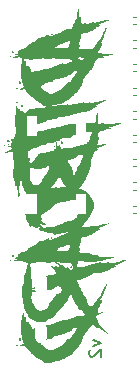
<source format=gbr>
%TF.GenerationSoftware,KiCad,Pcbnew,9.0.0*%
%TF.CreationDate,2025-06-10T15:00:41-04:00*%
%TF.ProjectId,aditBoard,61646974-426f-4617-9264-2e6b69636164,rev?*%
%TF.SameCoordinates,Original*%
%TF.FileFunction,Legend,Bot*%
%TF.FilePolarity,Positive*%
%FSLAX46Y46*%
G04 Gerber Fmt 4.6, Leading zero omitted, Abs format (unit mm)*
G04 Created by KiCad (PCBNEW 9.0.0) date 2025-06-10 15:00:41*
%MOMM*%
%LPD*%
G01*
G04 APERTURE LIST*
%ADD10C,0.150000*%
%ADD11C,0.000000*%
%ADD12C,0.120000*%
%ADD13R,0.900000X1.800000*%
%ADD14C,1.350000*%
%ADD15O,1.350000X1.350000*%
%ADD16C,0.650000*%
%ADD17O,1.000000X2.100000*%
%ADD18O,1.000000X1.800000*%
G04 APERTURE END LIST*
D10*
X122143152Y-108801541D02*
X122809819Y-109039636D01*
X122809819Y-109039636D02*
X122143152Y-109277731D01*
X121905057Y-109611065D02*
X121857438Y-109658684D01*
X121857438Y-109658684D02*
X121809819Y-109753922D01*
X121809819Y-109753922D02*
X121809819Y-109992017D01*
X121809819Y-109992017D02*
X121857438Y-110087255D01*
X121857438Y-110087255D02*
X121905057Y-110134874D01*
X121905057Y-110134874D02*
X122000295Y-110182493D01*
X122000295Y-110182493D02*
X122095533Y-110182493D01*
X122095533Y-110182493D02*
X122238390Y-110134874D01*
X122238390Y-110134874D02*
X122809819Y-109563446D01*
X122809819Y-109563446D02*
X122809819Y-110182493D01*
D11*
%TO.C,G\u002A\u002A\u002A*%
G36*
X115141118Y-84752245D02*
G01*
X115164751Y-84768841D01*
X115170887Y-84802704D01*
X115170863Y-84807042D01*
X115165782Y-84842265D01*
X115147069Y-84855474D01*
X115107821Y-84852073D01*
X115077037Y-84839288D01*
X115067380Y-84812683D01*
X115072724Y-84775883D01*
X115094274Y-84750474D01*
X115132249Y-84749706D01*
X115141118Y-84752245D01*
G37*
G36*
X114681856Y-92279550D02*
G01*
X114698956Y-92290038D01*
X114711267Y-92321302D01*
X114704294Y-92363490D01*
X114681065Y-92384675D01*
X114639250Y-92383691D01*
X114619421Y-92378306D01*
X114598075Y-92362453D01*
X114592941Y-92331239D01*
X114592942Y-92330802D01*
X114604627Y-92293328D01*
X114635916Y-92275284D01*
X114681856Y-92279550D01*
G37*
G36*
X118698043Y-100100210D02*
G01*
X118721245Y-100120502D01*
X118723489Y-100146507D01*
X118697782Y-100178205D01*
X118690514Y-100184471D01*
X118663618Y-100197079D01*
X118631095Y-100188229D01*
X118604820Y-100172153D01*
X118595513Y-100147717D01*
X118609448Y-100110490D01*
X118622572Y-100093165D01*
X118654665Y-100083072D01*
X118698043Y-100100210D01*
G37*
G36*
X118681035Y-82861166D02*
G01*
X118688760Y-82864522D01*
X118720530Y-82886490D01*
X118723341Y-82911870D01*
X118697782Y-82943549D01*
X118690514Y-82949815D01*
X118663618Y-82962423D01*
X118631095Y-82953573D01*
X118604663Y-82936060D01*
X118595799Y-82907634D01*
X118614349Y-82869610D01*
X118628127Y-82854231D01*
X118647653Y-82849973D01*
X118681035Y-82861166D01*
G37*
G36*
X118939888Y-92326478D02*
G01*
X118946454Y-92340143D01*
X118949584Y-92373093D01*
X118945363Y-92407447D01*
X118934586Y-92427965D01*
X118911482Y-92431748D01*
X118875310Y-92427662D01*
X118845002Y-92414654D01*
X118830753Y-92385675D01*
X118840209Y-92340039D01*
X118849254Y-92329663D01*
X118878960Y-92318424D01*
X118914090Y-92316693D01*
X118939888Y-92326478D01*
G37*
G36*
X115161008Y-101988555D02*
G01*
X115167713Y-102006482D01*
X115170887Y-102040422D01*
X115168231Y-102067356D01*
X115153920Y-102079850D01*
X115119020Y-102082409D01*
X115110533Y-102082205D01*
X115076388Y-102072640D01*
X115065403Y-102046837D01*
X115076148Y-102002116D01*
X115078195Y-101998173D01*
X115101693Y-101982693D01*
X115134631Y-101978635D01*
X115161008Y-101988555D01*
G37*
G36*
X115726605Y-109153834D02*
G01*
X115731642Y-109156214D01*
X115756731Y-109175173D01*
X115761905Y-109202484D01*
X115749200Y-109246497D01*
X115727563Y-109276443D01*
X115693066Y-109282368D01*
X115648397Y-109261441D01*
X115631694Y-109246541D01*
X115616574Y-109213097D01*
X115623089Y-109180797D01*
X115646655Y-109155949D01*
X115682688Y-109144859D01*
X115726605Y-109153834D01*
G37*
G36*
X115726605Y-87428980D02*
G01*
X115751456Y-87446532D01*
X115763653Y-87469822D01*
X115761726Y-87483678D01*
X115745867Y-87518202D01*
X115721112Y-87547371D01*
X115696126Y-87559655D01*
X115684229Y-87557357D01*
X115653093Y-87537115D01*
X115626636Y-87505245D01*
X115615461Y-87473119D01*
X115621181Y-87453269D01*
X115647437Y-87430787D01*
X115685940Y-87421355D01*
X115726605Y-87428980D01*
G37*
G36*
X115765616Y-88614531D02*
G01*
X115776719Y-88628160D01*
X115778472Y-88661912D01*
X115778103Y-88678585D01*
X115770500Y-88712877D01*
X115748263Y-88725292D01*
X115705109Y-88720881D01*
X115678579Y-88713801D01*
X115663197Y-88698153D01*
X115662835Y-88665376D01*
X115669038Y-88634664D01*
X115685899Y-88620376D01*
X115722900Y-88614624D01*
X115736401Y-88613567D01*
X115765616Y-88614531D01*
G37*
G36*
X115003938Y-92192721D02*
G01*
X115018596Y-92197959D01*
X115030209Y-92214078D01*
X115027296Y-92247758D01*
X115022340Y-92272989D01*
X115013261Y-92296307D01*
X114994674Y-92301577D01*
X114956701Y-92295477D01*
X114926417Y-92287846D01*
X114908266Y-92272727D01*
X114904143Y-92243438D01*
X114904270Y-92238992D01*
X114918321Y-92204501D01*
X114952856Y-92188411D01*
X115003938Y-92192721D01*
G37*
G36*
X120384707Y-102525636D02*
G01*
X120397908Y-102537226D01*
X120405383Y-102563659D01*
X120404371Y-102610846D01*
X120400320Y-102647758D01*
X120387867Y-102691135D01*
X120365425Y-102713370D01*
X120329430Y-102719632D01*
X120277748Y-102709226D01*
X120241032Y-102680150D01*
X120224944Y-102639198D01*
X120232062Y-102593196D01*
X120264965Y-102548970D01*
X120292290Y-102528464D01*
X120338459Y-102513387D01*
X120384707Y-102525636D01*
G37*
G36*
X115423430Y-101573975D02*
G01*
X115458989Y-101619684D01*
X115474459Y-101652654D01*
X115481496Y-101676773D01*
X115470758Y-101701671D01*
X115435091Y-101723682D01*
X115379078Y-101737424D01*
X115344567Y-101739846D01*
X115303275Y-101729831D01*
X115281176Y-101699157D01*
X115274621Y-101644579D01*
X115274748Y-101629013D01*
X115278777Y-101595298D01*
X115293531Y-101577167D01*
X115325762Y-101563979D01*
X115379657Y-101556068D01*
X115423430Y-101573975D01*
G37*
G36*
X115005596Y-91830023D02*
G01*
X115052154Y-91867751D01*
X115067207Y-91891709D01*
X115080537Y-91936795D01*
X115076809Y-91977292D01*
X115055766Y-92003560D01*
X115023633Y-92018294D01*
X114960659Y-92030868D01*
X114908895Y-92018121D01*
X114871321Y-91981248D01*
X114850913Y-91921442D01*
X114848652Y-91905860D01*
X114847504Y-91872721D01*
X114859145Y-91853103D01*
X114888712Y-91835293D01*
X114889611Y-91834831D01*
X114949403Y-91818651D01*
X115005596Y-91830023D01*
G37*
G36*
X116159104Y-88872164D02*
G01*
X116199500Y-88894989D01*
X116217592Y-88910675D01*
X116233532Y-88937294D01*
X116231642Y-88972654D01*
X116230187Y-88979246D01*
X116204697Y-89034881D01*
X116162601Y-89072318D01*
X116109841Y-89086026D01*
X116078634Y-89082506D01*
X116053286Y-89066133D01*
X116036346Y-89031251D01*
X116023595Y-88972296D01*
X116020204Y-88931325D01*
X116030327Y-88904237D01*
X116059463Y-88886536D01*
X116112875Y-88872325D01*
X116117189Y-88871455D01*
X116159104Y-88872164D01*
G37*
G36*
X115402565Y-84332674D02*
G01*
X115435218Y-84365646D01*
X115449553Y-84383002D01*
X115472880Y-84417229D01*
X115482089Y-84440401D01*
X115480985Y-84448684D01*
X115461234Y-84475617D01*
X115423785Y-84496067D01*
X115377849Y-84507433D01*
X115332638Y-84507117D01*
X115297363Y-84492520D01*
X115294803Y-84490100D01*
X115280374Y-84459389D01*
X115275048Y-84416372D01*
X115279206Y-84374421D01*
X115293228Y-84346909D01*
X115313801Y-84334905D01*
X115350091Y-84321865D01*
X115376765Y-84319802D01*
X115402565Y-84332674D01*
G37*
G36*
X119535123Y-91962318D02*
G01*
X119546663Y-91965727D01*
X119587786Y-91980861D01*
X119614373Y-91995135D01*
X119627245Y-92021980D01*
X119625578Y-92063501D01*
X119610838Y-92109031D01*
X119584994Y-92148303D01*
X119554688Y-92172229D01*
X119509683Y-92183367D01*
X119467602Y-92169569D01*
X119433996Y-92133172D01*
X119414418Y-92076512D01*
X119412827Y-92064918D01*
X119416378Y-92023554D01*
X119440985Y-91985598D01*
X119448404Y-91977264D01*
X119471323Y-91957277D01*
X119495815Y-91953387D01*
X119535123Y-91962318D01*
G37*
G36*
X115997722Y-86887967D02*
G01*
X116006675Y-86891777D01*
X116046282Y-86910878D01*
X116072599Y-86926997D01*
X116083461Y-86948298D01*
X116085027Y-86987540D01*
X116075992Y-87030840D01*
X116057657Y-87066080D01*
X116030908Y-87089496D01*
X115976561Y-87106442D01*
X115910429Y-87098088D01*
X115852568Y-87080752D01*
X115852568Y-86990022D01*
X115852572Y-86982828D01*
X115853725Y-86935384D01*
X115859317Y-86908330D01*
X115872817Y-86893383D01*
X115897693Y-86882259D01*
X115915986Y-86876312D01*
X115953052Y-86874030D01*
X115997722Y-86887967D01*
G37*
G36*
X115971987Y-108604988D02*
G01*
X116017316Y-108625939D01*
X116033243Y-108634385D01*
X116075687Y-108664291D01*
X116089674Y-108691029D01*
X116087170Y-108717744D01*
X116064511Y-108775706D01*
X116023412Y-108818791D01*
X116020393Y-108820745D01*
X115992834Y-108834103D01*
X115963328Y-108835281D01*
X115919017Y-108825050D01*
X115852568Y-108806445D01*
X115852568Y-108715296D01*
X115852575Y-108705856D01*
X115853787Y-108659222D01*
X115859540Y-108632674D01*
X115873357Y-108617930D01*
X115898763Y-108606709D01*
X115911503Y-108602265D01*
X115940513Y-108597712D01*
X115971987Y-108604988D01*
G37*
G36*
X120915056Y-80739907D02*
G01*
X120922412Y-80757195D01*
X120928124Y-80791522D01*
X120932871Y-80847088D01*
X120937335Y-80928092D01*
X120939508Y-80973168D01*
X120947340Y-81128925D01*
X120954375Y-81256839D01*
X120960717Y-81358325D01*
X120966468Y-81434796D01*
X120971732Y-81487667D01*
X120976612Y-81518353D01*
X120981212Y-81528267D01*
X120984340Y-81527272D01*
X121003436Y-81511166D01*
X121029176Y-81481608D01*
X121062048Y-81449232D01*
X121089527Y-81444095D01*
X121100906Y-81453212D01*
X121108500Y-81475099D01*
X121112314Y-81515117D01*
X121113361Y-81578995D01*
X121113755Y-81614554D01*
X121118568Y-81682663D01*
X121130839Y-81741586D01*
X121153043Y-81805452D01*
X121170798Y-81857360D01*
X121187096Y-81923422D01*
X121193665Y-81977339D01*
X121194017Y-82007583D01*
X121197027Y-82029983D01*
X121207614Y-82039257D01*
X121230793Y-82036010D01*
X121271579Y-82020847D01*
X121334987Y-81994371D01*
X121386408Y-81974792D01*
X121444194Y-81956584D01*
X121488538Y-81946621D01*
X121546425Y-81938856D01*
X121536184Y-81985487D01*
X121535419Y-81989152D01*
X121532918Y-82019616D01*
X121539147Y-82032118D01*
X121547644Y-82031166D01*
X121583764Y-82023515D01*
X121640096Y-82009440D01*
X121711124Y-81990437D01*
X121791334Y-81968000D01*
X121875210Y-81943624D01*
X121957236Y-81918803D01*
X122009301Y-81902829D01*
X122067270Y-81886242D01*
X122109306Y-81877101D01*
X122142726Y-81874428D01*
X122174847Y-81877242D01*
X122212985Y-81884564D01*
X122228704Y-81887783D01*
X122259919Y-81892979D01*
X122291574Y-81895690D01*
X122326816Y-81895403D01*
X122368795Y-81891606D01*
X122420658Y-81883785D01*
X122485554Y-81871428D01*
X122566631Y-81854022D01*
X122667038Y-81831054D01*
X122789924Y-81802011D01*
X122938436Y-81766379D01*
X123029333Y-81744656D01*
X123142237Y-81718145D01*
X123244595Y-81694633D01*
X123332760Y-81674933D01*
X123403083Y-81659856D01*
X123451917Y-81650214D01*
X123475613Y-81646820D01*
X123481762Y-81646916D01*
X123507455Y-81653317D01*
X123511249Y-81672709D01*
X123504253Y-81684595D01*
X123470265Y-81707660D01*
X123410461Y-81732744D01*
X123360737Y-81751907D01*
X123317180Y-81771470D01*
X123292102Y-81786135D01*
X123287553Y-81789374D01*
X123256762Y-81804976D01*
X123208484Y-81825094D01*
X123150992Y-81846207D01*
X123092062Y-81867385D01*
X123014930Y-81896982D01*
X122933348Y-81929864D01*
X122851899Y-81964029D01*
X122775165Y-81997473D01*
X122707728Y-82028193D01*
X122654170Y-82054187D01*
X122619073Y-82073452D01*
X122607020Y-82083984D01*
X122612890Y-82089566D01*
X122641017Y-82098039D01*
X122683995Y-82103283D01*
X122684343Y-82103304D01*
X122734083Y-82110095D01*
X122755562Y-82124158D01*
X122749730Y-82147750D01*
X122717533Y-82183127D01*
X122715414Y-82185057D01*
X122662992Y-82218454D01*
X122584839Y-82249394D01*
X122484639Y-82276403D01*
X122478088Y-82278080D01*
X122424553Y-82302547D01*
X122360139Y-82346680D01*
X122290168Y-82406429D01*
X122219958Y-82477750D01*
X122198497Y-82500873D01*
X122151995Y-82544262D01*
X122106992Y-82573298D01*
X122052941Y-82595414D01*
X122044999Y-82598217D01*
X121994203Y-82618416D01*
X121926543Y-82647779D01*
X121849895Y-82682809D01*
X121772138Y-82720012D01*
X121736449Y-82737488D01*
X121670369Y-82769250D01*
X121622798Y-82790265D01*
X121588126Y-82802237D01*
X121560742Y-82806867D01*
X121535035Y-82805855D01*
X121505393Y-82800904D01*
X121501383Y-82800159D01*
X121442147Y-82793490D01*
X121380386Y-82796172D01*
X121307923Y-82809120D01*
X121216580Y-82833251D01*
X121119741Y-82861344D01*
X121102168Y-83080249D01*
X121090441Y-83199131D01*
X121065412Y-83360470D01*
X121031444Y-83497635D01*
X120987969Y-83613272D01*
X120974907Y-83645477D01*
X120962322Y-83705514D01*
X120971419Y-83749575D01*
X121001995Y-83775331D01*
X121002405Y-83775493D01*
X121019949Y-83798060D01*
X121023083Y-83844278D01*
X121011950Y-83912016D01*
X120986698Y-83999143D01*
X120986236Y-84000519D01*
X120967066Y-84062151D01*
X120960816Y-84101523D01*
X120969455Y-84123833D01*
X120974649Y-84125962D01*
X120994949Y-84134281D01*
X121039265Y-84138064D01*
X121050009Y-84138331D01*
X121091993Y-84138683D01*
X121156200Y-84138762D01*
X121237611Y-84138575D01*
X121331208Y-84138130D01*
X121431972Y-84137435D01*
X121522534Y-84137037D01*
X121639270Y-84138058D01*
X121730978Y-84141417D01*
X121800425Y-84147516D01*
X121850376Y-84156762D01*
X121883598Y-84169558D01*
X121902858Y-84186308D01*
X121910920Y-84207416D01*
X121909070Y-84231420D01*
X121888692Y-84240396D01*
X121885029Y-84240449D01*
X121870638Y-84243574D01*
X121883956Y-84254988D01*
X121907211Y-84266415D01*
X121928457Y-84263622D01*
X121951670Y-84241752D01*
X121982879Y-84197289D01*
X121999549Y-84174435D01*
X122053205Y-84117630D01*
X122115883Y-84067888D01*
X122133118Y-84055904D01*
X122228148Y-83971499D01*
X122317336Y-83859648D01*
X122401451Y-83719412D01*
X122409953Y-83703797D01*
X122452695Y-83633747D01*
X122500869Y-83564794D01*
X122545586Y-83509861D01*
X122595239Y-83453712D01*
X122696731Y-83325841D01*
X122788282Y-83192886D01*
X122865066Y-83062137D01*
X122922254Y-82940887D01*
X122967461Y-82834128D01*
X123023416Y-82712949D01*
X123082624Y-82593971D01*
X123140789Y-82485803D01*
X123193615Y-82397056D01*
X123220885Y-82357573D01*
X123252374Y-82324175D01*
X123278722Y-82313681D01*
X123281516Y-82313704D01*
X123299986Y-82317827D01*
X123305915Y-82334730D01*
X123302601Y-82372541D01*
X123300972Y-82382286D01*
X123284681Y-82436385D01*
X123260309Y-82487057D01*
X123255215Y-82496032D01*
X123234456Y-82542876D01*
X123212585Y-82604721D01*
X123193571Y-82670652D01*
X123159387Y-82788359D01*
X123103170Y-82945208D01*
X123034900Y-83107312D01*
X122958608Y-83265222D01*
X122878326Y-83409488D01*
X122869659Y-83423938D01*
X122813009Y-83522200D01*
X122765824Y-83610832D01*
X122729901Y-83686111D01*
X122707031Y-83744312D01*
X122699009Y-83781712D01*
X122699039Y-83782711D01*
X122708993Y-83789750D01*
X122733132Y-83778886D01*
X122766159Y-83754067D01*
X122777343Y-83743430D01*
X122850366Y-83743430D01*
X122852140Y-83761017D01*
X122856597Y-83763335D01*
X122862019Y-83751137D01*
X122860950Y-83743292D01*
X122852140Y-83741258D01*
X122850366Y-83743430D01*
X122777343Y-83743430D01*
X122802774Y-83719244D01*
X122837680Y-83678364D01*
X122851076Y-83661148D01*
X122852140Y-83659986D01*
X122889151Y-83619579D01*
X122915629Y-83604776D01*
X122931090Y-83616599D01*
X122936115Y-83654912D01*
X122932249Y-83681979D01*
X122915523Y-83729488D01*
X122884289Y-83794741D01*
X122837158Y-83880904D01*
X122810087Y-83929482D01*
X122766072Y-84011638D01*
X122720899Y-84099089D01*
X122677671Y-84185589D01*
X122639491Y-84264893D01*
X122609461Y-84330757D01*
X122590685Y-84376937D01*
X122589485Y-84381505D01*
X122597483Y-84408182D01*
X122631518Y-84440619D01*
X122657531Y-84457189D01*
X122691519Y-84471416D01*
X122738632Y-84484600D01*
X122804306Y-84498257D01*
X122893974Y-84513907D01*
X123003215Y-84531805D01*
X123090870Y-84545260D01*
X123161236Y-84554321D01*
X123220310Y-84559318D01*
X123274092Y-84560581D01*
X123328581Y-84558441D01*
X123389774Y-84553227D01*
X123463670Y-84545270D01*
X123465701Y-84545043D01*
X123555862Y-84535836D01*
X123649430Y-84527722D01*
X123735466Y-84521570D01*
X123803034Y-84518252D01*
X123858156Y-84516930D01*
X123900862Y-84517520D01*
X123924374Y-84521473D01*
X123934340Y-84529874D01*
X123936406Y-84543802D01*
X123934875Y-84554571D01*
X123922633Y-84568878D01*
X123893047Y-84580661D01*
X123840082Y-84593004D01*
X123815444Y-84598268D01*
X123754387Y-84612088D01*
X123676361Y-84630376D01*
X123588827Y-84651373D01*
X123499242Y-84673323D01*
X123471832Y-84680073D01*
X123377468Y-84702270D01*
X123303307Y-84717390D01*
X123242762Y-84726472D01*
X123189247Y-84730558D01*
X123136173Y-84730689D01*
X123109658Y-84730291D01*
X123024714Y-84735012D01*
X122965753Y-84749407D01*
X122913886Y-84771356D01*
X122958343Y-84787317D01*
X122963927Y-84789339D01*
X123013589Y-84810298D01*
X123040906Y-84830091D01*
X123052050Y-84853047D01*
X123052477Y-84858507D01*
X123047269Y-84866846D01*
X123030278Y-84872326D01*
X122997041Y-84875526D01*
X122943096Y-84877021D01*
X122863980Y-84877392D01*
X122794043Y-84878178D01*
X122725697Y-84881185D01*
X122680420Y-84886207D01*
X122661478Y-84892992D01*
X122656432Y-84897789D01*
X122629044Y-84915221D01*
X122584442Y-84939469D01*
X122529262Y-84966828D01*
X122503246Y-84979448D01*
X122450525Y-85006727D01*
X122410619Y-85029708D01*
X122390619Y-85044424D01*
X122384271Y-85055408D01*
X122367411Y-85091264D01*
X122343452Y-85146171D01*
X122314586Y-85215071D01*
X122283005Y-85292904D01*
X122263319Y-85341682D01*
X122195274Y-85502144D01*
X122132280Y-85637533D01*
X122074749Y-85747109D01*
X122023090Y-85830132D01*
X121977715Y-85885861D01*
X121939033Y-85913557D01*
X121935996Y-85914815D01*
X121897840Y-85940875D01*
X121846537Y-85989995D01*
X121783889Y-86059973D01*
X121711697Y-86148604D01*
X121631764Y-86253685D01*
X121545891Y-86373013D01*
X121455881Y-86504384D01*
X121394632Y-86601466D01*
X121318092Y-86748422D01*
X121264382Y-86892319D01*
X121231049Y-87038992D01*
X121228832Y-87052210D01*
X121219606Y-87093563D01*
X121205609Y-87132372D01*
X121183599Y-87175208D01*
X121150330Y-87228642D01*
X121102559Y-87299244D01*
X121025886Y-87409179D01*
X120926108Y-87547446D01*
X120838407Y-87662569D01*
X120761491Y-87756223D01*
X120694071Y-87830089D01*
X120684374Y-87840087D01*
X120636228Y-87891114D01*
X120576983Y-87955481D01*
X120513248Y-88025955D01*
X120451632Y-88095307D01*
X120397497Y-88154918D01*
X120315712Y-88237990D01*
X120237232Y-88309847D01*
X120165720Y-88367398D01*
X120104840Y-88407554D01*
X120058255Y-88427222D01*
X120044470Y-88431979D01*
X120004899Y-88451518D01*
X119952893Y-88481542D01*
X119896041Y-88517813D01*
X119800098Y-88578510D01*
X119605890Y-88682144D01*
X119405411Y-88765567D01*
X119203475Y-88827171D01*
X119004901Y-88865351D01*
X118814505Y-88878499D01*
X118755465Y-88880178D01*
X118707948Y-88886910D01*
X118684314Y-88899231D01*
X118682492Y-88901824D01*
X118687115Y-88915602D01*
X118716403Y-88925305D01*
X118766324Y-88931021D01*
X118832846Y-88932838D01*
X118911938Y-88930842D01*
X118999568Y-88925120D01*
X119091705Y-88915761D01*
X119184316Y-88902851D01*
X119273370Y-88886477D01*
X119317157Y-88877652D01*
X119382884Y-88867230D01*
X119429040Y-88865489D01*
X119461407Y-88872477D01*
X119485769Y-88888242D01*
X119494679Y-88895430D01*
X119509575Y-88901953D01*
X119531546Y-88903371D01*
X119566042Y-88899284D01*
X119618511Y-88889295D01*
X119694404Y-88873006D01*
X119789387Y-88852658D01*
X119875671Y-88835725D01*
X119940642Y-88825573D01*
X119988273Y-88821926D01*
X120022539Y-88824512D01*
X120047411Y-88833054D01*
X120066865Y-88847280D01*
X120076191Y-88855740D01*
X120094962Y-88868186D01*
X120118153Y-88872945D01*
X120154031Y-88870919D01*
X120210861Y-88863013D01*
X120235330Y-88859041D01*
X120308264Y-88845288D01*
X120390584Y-88827812D01*
X120468729Y-88809429D01*
X120489128Y-88804502D01*
X120566152Y-88787708D01*
X120659271Y-88769352D01*
X120758543Y-88751341D01*
X120854026Y-88735579D01*
X120888030Y-88730228D01*
X120983443Y-88714518D01*
X121077406Y-88698168D01*
X121160625Y-88682823D01*
X121223811Y-88670128D01*
X121228391Y-88669139D01*
X121304327Y-88653192D01*
X121355947Y-88644291D01*
X121387607Y-88642849D01*
X121403660Y-88649275D01*
X121408462Y-88663984D01*
X121406366Y-88687385D01*
X121399625Y-88733317D01*
X121493673Y-88723245D01*
X121519407Y-88720003D01*
X121586048Y-88709358D01*
X121663426Y-88694916D01*
X121739543Y-88678845D01*
X121891366Y-88644516D01*
X121986367Y-88675489D01*
X122081369Y-88706463D01*
X122216064Y-88671172D01*
X122240778Y-88665038D01*
X122310485Y-88650816D01*
X122374438Y-88641696D01*
X122421331Y-88639426D01*
X122460821Y-88637867D01*
X122518948Y-88627659D01*
X122595754Y-88607566D01*
X122695485Y-88576614D01*
X122799162Y-88543665D01*
X122927206Y-88505672D01*
X123038284Y-88475994D01*
X123130260Y-88455104D01*
X123200996Y-88443472D01*
X123248356Y-88441570D01*
X123270204Y-88449869D01*
X123272827Y-88457425D01*
X123263382Y-88482815D01*
X123233787Y-88510456D01*
X123190089Y-88535598D01*
X123138336Y-88553490D01*
X123133005Y-88554812D01*
X123079525Y-88572020D01*
X123014546Y-88597759D01*
X122950934Y-88626983D01*
X122932331Y-88636219D01*
X122841990Y-88679825D01*
X122746161Y-88724367D01*
X122651244Y-88767009D01*
X122563639Y-88804914D01*
X122489747Y-88835247D01*
X122435969Y-88855172D01*
X122415695Y-88862374D01*
X122374028Y-88883044D01*
X122360536Y-88901592D01*
X122375509Y-88916764D01*
X122419239Y-88927305D01*
X122455955Y-88933833D01*
X122491867Y-88948479D01*
X122500484Y-88969490D01*
X122483075Y-88998279D01*
X122445478Y-89031325D01*
X122384899Y-89059847D01*
X122303610Y-89075726D01*
X122233463Y-89090229D01*
X122134610Y-89132140D01*
X122046426Y-89194168D01*
X121977573Y-89271120D01*
X121970246Y-89281000D01*
X121937385Y-89312078D01*
X121889438Y-89340548D01*
X121822823Y-89367957D01*
X121733954Y-89395850D01*
X121619247Y-89425775D01*
X121550314Y-89442408D01*
X121464083Y-89462098D01*
X121399045Y-89474802D01*
X121350702Y-89481021D01*
X121314557Y-89481258D01*
X121286112Y-89476016D01*
X121260870Y-89465795D01*
X121233956Y-89454206D01*
X121209674Y-89451348D01*
X121181891Y-89459644D01*
X121143767Y-89481163D01*
X121088462Y-89517975D01*
X121083742Y-89521127D01*
X121027493Y-89549634D01*
X120977021Y-89560239D01*
X120974651Y-89560271D01*
X120934045Y-89564931D01*
X120877568Y-89575953D01*
X120816680Y-89591131D01*
X120751350Y-89607968D01*
X120678169Y-89624489D01*
X120616920Y-89636058D01*
X120581802Y-89642333D01*
X120483329Y-89665013D01*
X120367783Y-89697248D01*
X120242064Y-89737037D01*
X120113069Y-89782375D01*
X120033376Y-89809532D01*
X119935265Y-89834217D01*
X119838915Y-89846925D01*
X119802284Y-89850538D01*
X119721602Y-89861605D01*
X119633180Y-89876700D01*
X119550475Y-89893644D01*
X119508108Y-89902755D01*
X119382393Y-89922814D01*
X119276106Y-89928472D01*
X119265188Y-89928313D01*
X119188335Y-89931800D01*
X119129310Y-89946536D01*
X119078326Y-89976285D01*
X119025599Y-90024809D01*
X119007273Y-90042957D01*
X118976164Y-90065744D01*
X118939331Y-90078047D01*
X118884818Y-90084978D01*
X118822316Y-90090502D01*
X118710058Y-90100584D01*
X118621305Y-90109098D01*
X118551974Y-90116762D01*
X118497982Y-90124294D01*
X118455245Y-90132411D01*
X118419679Y-90141831D01*
X118387202Y-90153271D01*
X118353728Y-90167450D01*
X118315176Y-90185084D01*
X118191459Y-90240840D01*
X118056319Y-90298897D01*
X117926832Y-90351739D01*
X117809886Y-90396559D01*
X117712369Y-90430552D01*
X117578997Y-90473674D01*
X117223338Y-90462833D01*
X117167461Y-90461046D01*
X117063199Y-90457276D01*
X116966248Y-90453239D01*
X116882188Y-90449192D01*
X116816599Y-90445393D01*
X116775059Y-90442100D01*
X116682439Y-90432209D01*
X116682439Y-90479277D01*
X116680837Y-90501707D01*
X116674972Y-90551052D01*
X116665569Y-90619072D01*
X116653435Y-90699971D01*
X116639380Y-90787953D01*
X116628703Y-90854268D01*
X116614737Y-90945490D01*
X116602757Y-91028838D01*
X116593775Y-91097200D01*
X116588802Y-91143465D01*
X116587360Y-91161715D01*
X116584943Y-91204664D01*
X116587593Y-91226062D01*
X116597252Y-91232030D01*
X116615864Y-91228688D01*
X116650207Y-91224603D01*
X116686400Y-91239361D01*
X116712647Y-91280634D01*
X116718352Y-91293369D01*
X116729078Y-91308307D01*
X116745587Y-91316017D01*
X116772426Y-91316322D01*
X116814138Y-91309047D01*
X116875269Y-91294015D01*
X116960363Y-91271052D01*
X117082686Y-91237568D01*
X117091637Y-91273233D01*
X117099756Y-91296406D01*
X117110096Y-91308833D01*
X117124545Y-91301356D01*
X117155900Y-91280236D01*
X117196766Y-91250267D01*
X117242797Y-91216863D01*
X117298281Y-91182298D01*
X117355459Y-91154949D01*
X117419907Y-91132987D01*
X117497202Y-91114584D01*
X117592920Y-91097913D01*
X117712637Y-91081144D01*
X117784751Y-91070036D01*
X117888270Y-91047197D01*
X117970569Y-91019767D01*
X118020716Y-91000712D01*
X118086199Y-90980352D01*
X118140989Y-90967899D01*
X118190217Y-90957532D01*
X118255951Y-90939479D01*
X118320266Y-90918327D01*
X118396696Y-90894365D01*
X118490521Y-90871317D01*
X118588178Y-90852327D01*
X118660356Y-90842094D01*
X123602976Y-90842094D01*
X123610385Y-90849504D01*
X123617795Y-90842094D01*
X123610385Y-90834685D01*
X123602976Y-90842094D01*
X118660356Y-90842094D01*
X118679111Y-90839435D01*
X118752765Y-90834685D01*
X118757872Y-90834501D01*
X118797454Y-90829065D01*
X118858932Y-90816984D01*
X118936860Y-90799468D01*
X119003626Y-90783147D01*
X119025795Y-90777728D01*
X119120291Y-90752974D01*
X119293268Y-90706786D01*
X119525706Y-90647015D01*
X119740915Y-90594456D01*
X119937092Y-90549503D01*
X120112433Y-90512548D01*
X120265133Y-90483984D01*
X120393390Y-90464203D01*
X120495400Y-90453598D01*
X120533487Y-90451243D01*
X120585315Y-90449721D01*
X120619876Y-90452764D01*
X120645103Y-90461432D01*
X120668925Y-90476784D01*
X120669909Y-90477502D01*
X120714382Y-90499501D01*
X120760806Y-90508515D01*
X120774084Y-90507845D01*
X120816521Y-90504519D01*
X120883003Y-90498681D01*
X120970259Y-90490640D01*
X121075019Y-90480702D01*
X121194011Y-90469177D01*
X121323965Y-90456370D01*
X121461611Y-90442591D01*
X121467716Y-90441977D01*
X122358168Y-90441977D01*
X122358812Y-90452105D01*
X122363993Y-90464206D01*
X122367828Y-90461476D01*
X122378347Y-90441977D01*
X122380676Y-90430611D01*
X122372522Y-90419749D01*
X122365924Y-90422253D01*
X122358168Y-90441977D01*
X121467716Y-90441977D01*
X121539309Y-90434777D01*
X121679165Y-90420833D01*
X121783729Y-90410522D01*
X121812637Y-90407671D01*
X121935877Y-90395665D01*
X122045034Y-90385184D01*
X122136256Y-90376601D01*
X122205695Y-90370286D01*
X122249499Y-90366610D01*
X122372522Y-90357369D01*
X122385346Y-90356406D01*
X122394065Y-90213952D01*
X122400569Y-90112593D01*
X122412974Y-89946026D01*
X122425908Y-89807600D01*
X122439552Y-89696341D01*
X122454089Y-89611275D01*
X122469699Y-89551429D01*
X122486566Y-89515828D01*
X122504870Y-89503499D01*
X122524793Y-89513468D01*
X122529347Y-89521592D01*
X122537768Y-89560292D01*
X122544737Y-89628193D01*
X122550243Y-89725022D01*
X122554270Y-89850507D01*
X122556806Y-90004374D01*
X122557837Y-90186352D01*
X122558227Y-90464216D01*
X122617503Y-90463952D01*
X122628935Y-90463617D01*
X122678371Y-90459544D01*
X122742408Y-90451846D01*
X122810152Y-90441775D01*
X122854612Y-90434711D01*
X122934029Y-90424442D01*
X122995101Y-90421612D01*
X123045033Y-90426669D01*
X123091031Y-90440060D01*
X123140300Y-90462230D01*
X123145415Y-90464785D01*
X123175788Y-90479180D01*
X123204075Y-90489811D01*
X123235563Y-90497417D01*
X123275538Y-90502735D01*
X123329285Y-90506504D01*
X123402091Y-90509462D01*
X123499242Y-90512346D01*
X123504147Y-90512483D01*
X123601319Y-90514934D01*
X123675868Y-90515804D01*
X123734495Y-90514583D01*
X123783902Y-90510765D01*
X123830790Y-90503840D01*
X123881861Y-90493302D01*
X123943816Y-90478641D01*
X123961019Y-90474479D01*
X124092492Y-90443422D01*
X124215875Y-90415554D01*
X124327731Y-90391567D01*
X124424623Y-90372154D01*
X124503112Y-90358005D01*
X124559762Y-90349815D01*
X124591134Y-90348275D01*
X124619640Y-90356795D01*
X124632906Y-90374867D01*
X124623503Y-90386670D01*
X124587639Y-90406193D01*
X124524314Y-90432011D01*
X124432848Y-90464430D01*
X124345402Y-90495159D01*
X124245786Y-90532108D01*
X124149811Y-90569416D01*
X124069779Y-90602408D01*
X123975587Y-90640067D01*
X123861447Y-90675697D01*
X123739313Y-90701665D01*
X123671874Y-90713986D01*
X123593189Y-90731183D01*
X123543089Y-90746902D01*
X123520988Y-90761637D01*
X123526305Y-90775879D01*
X123558455Y-90790118D01*
X123610385Y-90803215D01*
X123616856Y-90804847D01*
X123658553Y-90814353D01*
X123687044Y-90824192D01*
X123696112Y-90835260D01*
X123691144Y-90850899D01*
X123685940Y-90858675D01*
X123663757Y-90875876D01*
X123625900Y-90890112D01*
X123568878Y-90902203D01*
X123489201Y-90912970D01*
X123383378Y-90923234D01*
X123345851Y-90926744D01*
X123220715Y-90944118D01*
X123121260Y-90968479D01*
X123044837Y-91000620D01*
X122988796Y-91041335D01*
X122975524Y-91053373D01*
X122948905Y-91071383D01*
X122914374Y-91085175D01*
X122864754Y-91097270D01*
X122792865Y-91110193D01*
X122748003Y-91117963D01*
X122689731Y-91129138D01*
X122646698Y-91138728D01*
X122625931Y-91145257D01*
X122622992Y-91148538D01*
X122612126Y-91175078D01*
X122599753Y-91220871D01*
X122588018Y-91278389D01*
X122579615Y-91328981D01*
X122574354Y-91377516D01*
X122575197Y-91420753D01*
X122582524Y-91470037D01*
X122596719Y-91536714D01*
X122627059Y-91671966D01*
X122563171Y-91985803D01*
X122555819Y-92022375D01*
X122538659Y-92111838D01*
X122524861Y-92189811D01*
X122515131Y-92251922D01*
X122510174Y-92293795D01*
X122510697Y-92311056D01*
X122516006Y-92313448D01*
X122544141Y-92313096D01*
X122584627Y-92304558D01*
X122674087Y-92279428D01*
X122814041Y-92242383D01*
X122938009Y-92212510D01*
X123043970Y-92190178D01*
X123129903Y-92175756D01*
X123193785Y-92169612D01*
X123233597Y-92172116D01*
X123247317Y-92183636D01*
X123247131Y-92186951D01*
X123232641Y-92218131D01*
X123203592Y-92245545D01*
X123172105Y-92257322D01*
X123147044Y-92261713D01*
X123099437Y-92275819D01*
X123035327Y-92297878D01*
X122959148Y-92326075D01*
X122875331Y-92358593D01*
X122788308Y-92393614D01*
X122702514Y-92429321D01*
X122622378Y-92463896D01*
X122552335Y-92495524D01*
X122496817Y-92522387D01*
X122460255Y-92542668D01*
X122447083Y-92554549D01*
X122452512Y-92562089D01*
X122478056Y-92580406D01*
X122517474Y-92602236D01*
X122546772Y-92617877D01*
X122582935Y-92644445D01*
X122590203Y-92666176D01*
X122568582Y-92684207D01*
X122518080Y-92699676D01*
X122476119Y-92710785D01*
X122411879Y-92732905D01*
X122351486Y-92758755D01*
X122303236Y-92784668D01*
X122275423Y-92806976D01*
X122274722Y-92807921D01*
X122259530Y-92835300D01*
X122236302Y-92884776D01*
X122207229Y-92951057D01*
X122174505Y-93028847D01*
X122140320Y-93112851D01*
X122106868Y-93197776D01*
X122076339Y-93278326D01*
X122050927Y-93349207D01*
X122031701Y-93405902D01*
X122014801Y-93461262D01*
X122004504Y-93508214D01*
X121999371Y-93556265D01*
X121997966Y-93614925D01*
X121998850Y-93693703D01*
X121999496Y-93735327D01*
X121999604Y-93790595D01*
X121997663Y-93837243D01*
X121992632Y-93881449D01*
X121983472Y-93929393D01*
X121969143Y-93987254D01*
X121948605Y-94061212D01*
X121920818Y-94157447D01*
X121894980Y-94244271D01*
X121783692Y-94574839D01*
X121659523Y-94879404D01*
X121522569Y-95157783D01*
X121372927Y-95409791D01*
X121210694Y-95635247D01*
X121035966Y-95833965D01*
X120928122Y-95944399D01*
X121054084Y-95983873D01*
X121096784Y-95997873D01*
X121284080Y-96074248D01*
X121460777Y-96170442D01*
X121623177Y-96283630D01*
X121767584Y-96410990D01*
X121890299Y-96549696D01*
X121987627Y-96696926D01*
X122061535Y-96840319D01*
X122137075Y-97019475D01*
X122188350Y-97187902D01*
X122214939Y-97344154D01*
X122216425Y-97486784D01*
X122214990Y-97502692D01*
X122210307Y-97539739D01*
X122202917Y-97576873D01*
X122191560Y-97616984D01*
X122174977Y-97662962D01*
X122151907Y-97717697D01*
X122121092Y-97784081D01*
X122081271Y-97865002D01*
X122031184Y-97963352D01*
X121969573Y-98082021D01*
X121895177Y-98223899D01*
X121866468Y-98277772D01*
X121800602Y-98394478D01*
X121735382Y-98498247D01*
X121666106Y-98595436D01*
X121588072Y-98692404D01*
X121496577Y-98795511D01*
X121386917Y-98911114D01*
X121192767Y-99111172D01*
X121195880Y-99185268D01*
X121197301Y-99211500D01*
X121200691Y-99248638D01*
X121204339Y-99266128D01*
X121205035Y-99266524D01*
X121223686Y-99263229D01*
X121261416Y-99251068D01*
X121311028Y-99232321D01*
X121368549Y-99211516D01*
X121430533Y-99193070D01*
X121479414Y-99182561D01*
X121546456Y-99173372D01*
X121536199Y-99220073D01*
X121535440Y-99223663D01*
X121531944Y-99254227D01*
X121536095Y-99266773D01*
X121553014Y-99264221D01*
X121596497Y-99254104D01*
X121660245Y-99237435D01*
X121739729Y-99215445D01*
X121830422Y-99189362D01*
X121927792Y-99160418D01*
X121962436Y-99149971D01*
X122032282Y-99129430D01*
X122083009Y-99116257D01*
X122121217Y-99109538D01*
X122153505Y-99108356D01*
X122186471Y-99111797D01*
X122226715Y-99118944D01*
X122246176Y-99122570D01*
X122273251Y-99126941D01*
X122299779Y-99129460D01*
X122328694Y-99129613D01*
X122362931Y-99126888D01*
X122405427Y-99120771D01*
X122459116Y-99110750D01*
X122526933Y-99096312D01*
X122611813Y-99076944D01*
X122716692Y-99052132D01*
X122844505Y-99021365D01*
X122998187Y-98984128D01*
X123081598Y-98963961D01*
X123191327Y-98937626D01*
X123289652Y-98914250D01*
X123373096Y-98894651D01*
X123438180Y-98879642D01*
X123481429Y-98870039D01*
X123499363Y-98866657D01*
X123508717Y-98873576D01*
X123511387Y-98898663D01*
X123504188Y-98916457D01*
X123478301Y-98936861D01*
X123428645Y-98957107D01*
X123401188Y-98966961D01*
X123343002Y-98990520D01*
X123295273Y-99012995D01*
X123283973Y-99018641D01*
X123240727Y-99038200D01*
X123179096Y-99064488D01*
X123105576Y-99094764D01*
X123026660Y-99126290D01*
X123002874Y-99135688D01*
X122916262Y-99170566D01*
X122831219Y-99205702D01*
X122756445Y-99237468D01*
X122700639Y-99262236D01*
X122688084Y-99268065D01*
X122638811Y-99292142D01*
X122612899Y-99308157D01*
X122606933Y-99318750D01*
X122617503Y-99326561D01*
X122620305Y-99327634D01*
X122657254Y-99335880D01*
X122702713Y-99339827D01*
X122737148Y-99343932D01*
X122756734Y-99358809D01*
X122748730Y-99384421D01*
X122713125Y-99420691D01*
X122706774Y-99425676D01*
X122660119Y-99452737D01*
X122600198Y-99477971D01*
X122539718Y-99496608D01*
X122491392Y-99503879D01*
X122465917Y-99510261D01*
X122419324Y-99535922D01*
X122361987Y-99577926D01*
X122298656Y-99632712D01*
X122234081Y-99696721D01*
X122230436Y-99700578D01*
X122179088Y-99752207D01*
X122136939Y-99786972D01*
X122095421Y-99810955D01*
X122045964Y-99830238D01*
X122039852Y-99832358D01*
X121988480Y-99852621D01*
X121920291Y-99882336D01*
X121843448Y-99917849D01*
X121766115Y-99955506D01*
X121742055Y-99967549D01*
X121673894Y-100001150D01*
X121625023Y-100023510D01*
X121589925Y-100036361D01*
X121563081Y-100041430D01*
X121538975Y-100040449D01*
X121512089Y-100035147D01*
X121511041Y-100034909D01*
X121427854Y-100026831D01*
X121329632Y-100037447D01*
X121212721Y-100067147D01*
X121119752Y-100095862D01*
X121102174Y-100314836D01*
X121090061Y-100436982D01*
X121065022Y-100597093D01*
X121031089Y-100733361D01*
X120987653Y-100848619D01*
X120969434Y-100890222D01*
X120960005Y-100921734D01*
X120961659Y-100945691D01*
X120973216Y-100972205D01*
X120974570Y-100974774D01*
X120993968Y-101003574D01*
X121010008Y-101015431D01*
X121019384Y-101022360D01*
X121024239Y-101052207D01*
X121020149Y-101100659D01*
X121007680Y-101162300D01*
X120987398Y-101231713D01*
X120982930Y-101245063D01*
X120966355Y-101295379D01*
X120954733Y-101331930D01*
X120950350Y-101347567D01*
X120951774Y-101350950D01*
X120969114Y-101358428D01*
X121007517Y-101364190D01*
X121068692Y-101368328D01*
X121154349Y-101370934D01*
X121266198Y-101372098D01*
X121405948Y-101371912D01*
X121484173Y-101371678D01*
X121607465Y-101372465D01*
X121705357Y-101375082D01*
X121780579Y-101379823D01*
X121835860Y-101386981D01*
X121873930Y-101396847D01*
X121897518Y-101409715D01*
X121909356Y-101425877D01*
X121910332Y-101442578D01*
X121892905Y-101468122D01*
X121879176Y-101481001D01*
X121885363Y-101490911D01*
X121916431Y-101502617D01*
X121925281Y-101505322D01*
X121982742Y-101519277D01*
X122062645Y-101534749D01*
X122159166Y-101550757D01*
X122266483Y-101566321D01*
X122378773Y-101580460D01*
X122380950Y-101580714D01*
X122453647Y-101589884D01*
X122504240Y-101598793D01*
X122539977Y-101609619D01*
X122568104Y-101624542D01*
X122595868Y-101645741D01*
X122614444Y-101660816D01*
X122646092Y-101683085D01*
X122680059Y-101700553D01*
X122721761Y-101714929D01*
X122776616Y-101727920D01*
X122850039Y-101741232D01*
X122947447Y-101756575D01*
X122955728Y-101757834D01*
X123045951Y-101771109D01*
X123121227Y-101780681D01*
X123187902Y-101786628D01*
X123252319Y-101789028D01*
X123320826Y-101787958D01*
X123399766Y-101783495D01*
X123495486Y-101775716D01*
X123614329Y-101764698D01*
X123650542Y-101761299D01*
X123753180Y-101752403D01*
X123829896Y-101747193D01*
X123883359Y-101745568D01*
X123916238Y-101747427D01*
X123931203Y-101752667D01*
X123940276Y-101764797D01*
X123939117Y-101789089D01*
X123911814Y-101809120D01*
X123860742Y-101822535D01*
X123841527Y-101825933D01*
X123789410Y-101836869D01*
X123719286Y-101852858D01*
X123637916Y-101872341D01*
X123552066Y-101893757D01*
X123547663Y-101894877D01*
X123444457Y-101920081D01*
X123359692Y-101937960D01*
X123283900Y-101950032D01*
X123207610Y-101957815D01*
X123121354Y-101962828D01*
X123056463Y-101966040D01*
X122994591Y-101970581D01*
X122955331Y-101976059D01*
X122934697Y-101983082D01*
X122928705Y-101992259D01*
X122931289Y-101999062D01*
X122953717Y-102017318D01*
X122991687Y-102034247D01*
X123013906Y-102042464D01*
X123045341Y-102061640D01*
X123054668Y-102084955D01*
X123054619Y-102088087D01*
X123052548Y-102097641D01*
X123044513Y-102104475D01*
X123026569Y-102108955D01*
X122994772Y-102111444D01*
X122945176Y-102112308D01*
X122873837Y-102111910D01*
X122776809Y-102110614D01*
X122741395Y-102110105D01*
X122652637Y-102109097D01*
X122586796Y-102109249D01*
X122538829Y-102111045D01*
X122503694Y-102114968D01*
X122476348Y-102121502D01*
X122451749Y-102131128D01*
X122424855Y-102144331D01*
X122414169Y-102149710D01*
X122391217Y-102160161D01*
X122367233Y-102168280D01*
X122338131Y-102174500D01*
X122299826Y-102179255D01*
X122248233Y-102182978D01*
X122179267Y-102186103D01*
X122088841Y-102189063D01*
X121972871Y-102192292D01*
X121594983Y-102202479D01*
X121506068Y-102158681D01*
X121445220Y-102131556D01*
X121372700Y-102108024D01*
X121293325Y-102092892D01*
X121199607Y-102084804D01*
X121084058Y-102082409D01*
X120908023Y-102082409D01*
X120877687Y-102163488D01*
X120867604Y-102193318D01*
X120847054Y-102267461D01*
X120824818Y-102362265D01*
X120802182Y-102472079D01*
X120780429Y-102591253D01*
X120780048Y-102593495D01*
X120775764Y-102628535D01*
X120780807Y-102641793D01*
X120797541Y-102640011D01*
X120805781Y-102637566D01*
X120841456Y-102627175D01*
X120893922Y-102612022D01*
X120955032Y-102594463D01*
X121085677Y-102557016D01*
X121143717Y-102586626D01*
X121201757Y-102616236D01*
X121657705Y-102476452D01*
X121731875Y-102453985D01*
X121862238Y-102415628D01*
X121996519Y-102377368D01*
X122131127Y-102340132D01*
X122262471Y-102304848D01*
X122386957Y-102272446D01*
X122500995Y-102243853D01*
X122600992Y-102219997D01*
X122683357Y-102201808D01*
X122744498Y-102190214D01*
X122780823Y-102186143D01*
X122808797Y-102192471D01*
X122817562Y-102215781D01*
X122814783Y-102233008D01*
X122802743Y-102245420D01*
X122799200Y-102245850D01*
X122787923Y-102260239D01*
X122791865Y-102265330D01*
X122819037Y-102271158D01*
X122867863Y-102272378D01*
X122933431Y-102269448D01*
X123010828Y-102262828D01*
X123095143Y-102252977D01*
X123181464Y-102240352D01*
X123264878Y-102225414D01*
X123340474Y-102208621D01*
X123351076Y-102205975D01*
X123399566Y-102195169D01*
X123432918Y-102192756D01*
X123462615Y-102199190D01*
X123500139Y-102214923D01*
X123516044Y-102221687D01*
X123552804Y-102233166D01*
X123596809Y-102240149D01*
X123655508Y-102243562D01*
X123736348Y-102244333D01*
X123828219Y-102243112D01*
X123928825Y-102237802D01*
X124018214Y-102226725D01*
X124105907Y-102208195D01*
X124201427Y-102180528D01*
X124314294Y-102142037D01*
X124328418Y-102137017D01*
X124502049Y-102078214D01*
X124652365Y-102033060D01*
X124778497Y-102001795D01*
X124879577Y-101984663D01*
X124909692Y-101981557D01*
X124945511Y-101980322D01*
X124962218Y-101985709D01*
X124966336Y-101998780D01*
X124962240Y-102011443D01*
X124937484Y-102038732D01*
X124897293Y-102067230D01*
X124849787Y-102091583D01*
X124803083Y-102106436D01*
X124800146Y-102107054D01*
X124759963Y-102120713D01*
X124706506Y-102144840D01*
X124650506Y-102174638D01*
X124623555Y-102189690D01*
X124534792Y-102234740D01*
X124427943Y-102284034D01*
X124310476Y-102334331D01*
X124189858Y-102382392D01*
X124073556Y-102424976D01*
X124029265Y-102440809D01*
X123977541Y-102460707D01*
X123942183Y-102476097D01*
X123929069Y-102484553D01*
X123942238Y-102491782D01*
X123977097Y-102501765D01*
X124026058Y-102512303D01*
X124055523Y-102518286D01*
X124096995Y-102529814D01*
X124117298Y-102542243D01*
X124115171Y-102556638D01*
X124089356Y-102574066D01*
X124038593Y-102595592D01*
X123961622Y-102622281D01*
X123857184Y-102655201D01*
X123772964Y-102681265D01*
X123701585Y-102704386D01*
X123648798Y-102723546D01*
X123609426Y-102741082D01*
X123578288Y-102759331D01*
X123550206Y-102780629D01*
X123519999Y-102807313D01*
X123496009Y-102827646D01*
X123433353Y-102870981D01*
X123365813Y-102907431D01*
X123302246Y-102932557D01*
X123251506Y-102941919D01*
X123235662Y-102944963D01*
X123194868Y-102956047D01*
X123135251Y-102973800D01*
X123061898Y-102996697D01*
X122979900Y-103023217D01*
X122732631Y-103104515D01*
X122652838Y-103080724D01*
X122650383Y-103080004D01*
X122564260Y-103065525D01*
X122459767Y-103064782D01*
X122344336Y-103077388D01*
X122225401Y-103102957D01*
X122190435Y-103113341D01*
X122145956Y-103130183D01*
X122098317Y-103153262D01*
X122042330Y-103185396D01*
X121972808Y-103229404D01*
X121884561Y-103288105D01*
X121835317Y-103321078D01*
X121755384Y-103372954D01*
X121691381Y-103411461D01*
X121638124Y-103439439D01*
X121590430Y-103459729D01*
X121543116Y-103475171D01*
X121467049Y-103497983D01*
X121345218Y-103539883D01*
X121244994Y-103581864D01*
X121170315Y-103622371D01*
X121125512Y-103645578D01*
X121051192Y-103672773D01*
X120961716Y-103696708D01*
X120921043Y-103706334D01*
X120865991Y-103720918D01*
X120826757Y-103733309D01*
X120809936Y-103741558D01*
X120813003Y-103758970D01*
X120828625Y-103793901D01*
X120853436Y-103838535D01*
X120875846Y-103880762D01*
X120903444Y-103947108D01*
X120920782Y-104006853D01*
X120933601Y-104050239D01*
X120959858Y-104116985D01*
X120997108Y-104201142D01*
X121043241Y-104298553D01*
X121096149Y-104405061D01*
X121153722Y-104516509D01*
X121213851Y-104628741D01*
X121274426Y-104737598D01*
X121333338Y-104838925D01*
X121388479Y-104928564D01*
X121416653Y-104973127D01*
X121467751Y-105055673D01*
X121515743Y-105135209D01*
X121556268Y-105204463D01*
X121584966Y-105256163D01*
X121606475Y-105297619D01*
X121626098Y-105340005D01*
X121634780Y-105370604D01*
X121634550Y-105397697D01*
X121627436Y-105429564D01*
X121624723Y-105440066D01*
X121619263Y-105471882D01*
X121622065Y-105501311D01*
X121635055Y-105537851D01*
X121660158Y-105590997D01*
X121681946Y-105632612D01*
X121721789Y-105702584D01*
X121768667Y-105780368D01*
X121817317Y-105857482D01*
X121862478Y-105925445D01*
X121898886Y-105975775D01*
X121924699Y-106008755D01*
X121977377Y-105929417D01*
X121980477Y-105924828D01*
X122041239Y-105853775D01*
X122115942Y-105792702D01*
X122128917Y-105783767D01*
X122225081Y-105699578D01*
X122315526Y-105587351D01*
X122400754Y-105446476D01*
X122407414Y-105434264D01*
X122450556Y-105363442D01*
X122500217Y-105291992D01*
X122546937Y-105233686D01*
X122626744Y-105141784D01*
X122710724Y-105036173D01*
X122781650Y-104933620D01*
X122844516Y-104826156D01*
X122904313Y-104705810D01*
X122966034Y-104564615D01*
X123013766Y-104458387D01*
X123076219Y-104333531D01*
X123144588Y-104208147D01*
X123212649Y-104094107D01*
X123213356Y-104092991D01*
X123247101Y-104052635D01*
X123279092Y-104038535D01*
X123282853Y-104038580D01*
X123300400Y-104043022D01*
X123305882Y-104060440D01*
X123302403Y-104098871D01*
X123300602Y-104109413D01*
X123283471Y-104163983D01*
X123257815Y-104214355D01*
X123251936Y-104223852D01*
X123226318Y-104279131D01*
X123210228Y-104335553D01*
X123203801Y-104367755D01*
X123180672Y-104453612D01*
X123147284Y-104555335D01*
X123106387Y-104665995D01*
X123060733Y-104778666D01*
X123013073Y-104886419D01*
X122966159Y-104982327D01*
X122922741Y-105059460D01*
X122882036Y-105126140D01*
X122825716Y-105223353D01*
X122777969Y-105311910D01*
X122740342Y-105388594D01*
X122714383Y-105450185D01*
X122701638Y-105493465D01*
X122703655Y-105515216D01*
X122704840Y-105516183D01*
X122724824Y-105513184D01*
X122756848Y-105490557D01*
X122779729Y-105468284D01*
X122850366Y-105468284D01*
X122852140Y-105485871D01*
X122856597Y-105488189D01*
X122862019Y-105475991D01*
X122860950Y-105468146D01*
X122852140Y-105466112D01*
X122850366Y-105468284D01*
X122779729Y-105468284D01*
X122796132Y-105452317D01*
X122837896Y-105402477D01*
X122850856Y-105385909D01*
X122852140Y-105384513D01*
X122889043Y-105344394D01*
X122915588Y-105329622D01*
X122931082Y-105341459D01*
X122936115Y-105379766D01*
X122932249Y-105406833D01*
X122915523Y-105454342D01*
X122884289Y-105519595D01*
X122837158Y-105605758D01*
X122817398Y-105640872D01*
X122754285Y-105757812D01*
X122695365Y-105873939D01*
X122643548Y-105983192D01*
X122601740Y-106079508D01*
X122572848Y-106156826D01*
X122570717Y-106163863D01*
X122560944Y-106206648D01*
X122551018Y-106263793D01*
X122541820Y-106328041D01*
X122534229Y-106392132D01*
X122529127Y-106448808D01*
X122527393Y-106490811D01*
X122529908Y-106510881D01*
X122535834Y-106510518D01*
X122565594Y-106504200D01*
X122615981Y-106491835D01*
X122682088Y-106474647D01*
X122759003Y-106453857D01*
X122796806Y-106443538D01*
X122874786Y-106423089D01*
X122929889Y-106410387D01*
X122966031Y-106404739D01*
X122987124Y-106405458D01*
X122997083Y-106411850D01*
X122999115Y-106415176D01*
X123005354Y-106432529D01*
X122998963Y-106448070D01*
X122976124Y-106464751D01*
X122933018Y-106485524D01*
X122865828Y-106513340D01*
X122834948Y-106526172D01*
X122771308Y-106555142D01*
X122717007Y-106583024D01*
X122681274Y-106605223D01*
X122676841Y-106608504D01*
X122636158Y-106634762D01*
X122580914Y-106666401D01*
X122521732Y-106697290D01*
X122458340Y-106729315D01*
X122414227Y-106754046D01*
X122388314Y-106773142D01*
X122376097Y-106789951D01*
X122373069Y-106807824D01*
X122376960Y-106819593D01*
X122395942Y-106852558D01*
X122427130Y-106898236D01*
X122466508Y-106950496D01*
X122476722Y-106963717D01*
X122501943Y-106996363D01*
X122533931Y-107042351D01*
X122554190Y-107081159D01*
X122567012Y-107121407D01*
X122576693Y-107171718D01*
X122582412Y-107203853D01*
X122596340Y-107262799D01*
X122615579Y-107317791D01*
X122642465Y-107372283D01*
X122679335Y-107429730D01*
X122728524Y-107493585D01*
X122792370Y-107567302D01*
X122873209Y-107654335D01*
X122973378Y-107758139D01*
X123077144Y-107864681D01*
X123163026Y-107953442D01*
X123231602Y-108025165D01*
X123284676Y-108081853D01*
X123324053Y-108125506D01*
X123351538Y-108158125D01*
X123368936Y-108181711D01*
X123378051Y-108198266D01*
X123380689Y-108209791D01*
X123378988Y-108220185D01*
X123361618Y-108233305D01*
X123330232Y-108229067D01*
X123290736Y-108209040D01*
X123249037Y-108174795D01*
X123208532Y-108138284D01*
X123153353Y-108094195D01*
X123097141Y-108053683D01*
X123038170Y-108013269D01*
X122923569Y-107931401D01*
X122809745Y-107846222D01*
X122704901Y-107763935D01*
X122617238Y-107690743D01*
X122593320Y-107670093D01*
X122547836Y-107633409D01*
X122520650Y-107617759D01*
X122509732Y-107623327D01*
X122513054Y-107650299D01*
X122528589Y-107698862D01*
X122531809Y-107708043D01*
X122546230Y-107753774D01*
X122548165Y-107777816D01*
X122536487Y-107785165D01*
X122510065Y-107780820D01*
X122495978Y-107776613D01*
X122436320Y-107744242D01*
X122402369Y-107713681D01*
X122461902Y-107713681D01*
X122462333Y-107717223D01*
X122476722Y-107728500D01*
X122480264Y-107728070D01*
X122491541Y-107713681D01*
X122491110Y-107710139D01*
X122476722Y-107698862D01*
X122473179Y-107699293D01*
X122461902Y-107713681D01*
X122402369Y-107713681D01*
X122372025Y-107686366D01*
X122301348Y-107601487D01*
X122287766Y-107583866D01*
X122236392Y-107523940D01*
X122187040Y-107475801D01*
X122144489Y-107443756D01*
X122113518Y-107432118D01*
X122110558Y-107432761D01*
X122092578Y-107449639D01*
X122073003Y-107482258D01*
X122055756Y-107513240D01*
X122024556Y-107557794D01*
X121990153Y-107598468D01*
X121958749Y-107628115D01*
X121936544Y-107639585D01*
X121933401Y-107639956D01*
X121906366Y-107655961D01*
X121865728Y-107693653D01*
X121813678Y-107750348D01*
X121752405Y-107823364D01*
X121684100Y-107910015D01*
X121610953Y-108007617D01*
X121535154Y-108113487D01*
X121458893Y-108224941D01*
X121400909Y-108316581D01*
X121321171Y-108468029D01*
X121265256Y-108615433D01*
X121231062Y-108763764D01*
X121229105Y-108775494D01*
X121219902Y-108817236D01*
X121205953Y-108856364D01*
X121184019Y-108899472D01*
X121150860Y-108953158D01*
X121103237Y-109024016D01*
X121037053Y-109119538D01*
X120933502Y-109263912D01*
X120842035Y-109384522D01*
X120763265Y-109480569D01*
X120697808Y-109551254D01*
X120696962Y-109552089D01*
X120654316Y-109596070D01*
X120599759Y-109654996D01*
X120540221Y-109721264D01*
X120482633Y-109787273D01*
X120424828Y-109852540D01*
X120342269Y-109938826D01*
X120262621Y-110014505D01*
X120189593Y-110076295D01*
X120126894Y-110120913D01*
X120078235Y-110145078D01*
X120057536Y-110153410D01*
X120010495Y-110177071D01*
X119952210Y-110209952D01*
X119890782Y-110247624D01*
X119821959Y-110290241D01*
X119618960Y-110400005D01*
X119415070Y-110487321D01*
X119213615Y-110551072D01*
X119017920Y-110590141D01*
X118831310Y-110603413D01*
X118813126Y-110603463D01*
X118758864Y-110605251D01*
X118722019Y-110611445D01*
X118692915Y-110624534D01*
X118661878Y-110647009D01*
X118638355Y-110664745D01*
X118557133Y-110709958D01*
X118469834Y-110731833D01*
X118367841Y-110732889D01*
X118345208Y-110730960D01*
X118229870Y-110714145D01*
X118114508Y-110684761D01*
X117996373Y-110641389D01*
X117872712Y-110582608D01*
X117740775Y-110506998D01*
X117597810Y-110413138D01*
X117441067Y-110299609D01*
X117267795Y-110164991D01*
X117223065Y-110128737D01*
X117114759Y-110036960D01*
X117004019Y-109938143D01*
X116894516Y-109835913D01*
X116789922Y-109733900D01*
X116693910Y-109635730D01*
X116610152Y-109545032D01*
X116596511Y-109529025D01*
X116637982Y-109529025D01*
X116645391Y-109536435D01*
X116652801Y-109529025D01*
X116645391Y-109521616D01*
X116637982Y-109529025D01*
X116596511Y-109529025D01*
X116554347Y-109479547D01*
X116612591Y-109479547D01*
X116614338Y-109489688D01*
X116618912Y-109496271D01*
X116631447Y-109506797D01*
X116633518Y-109506652D01*
X116636782Y-109498074D01*
X116620873Y-109483153D01*
X116612591Y-109479547D01*
X116554347Y-109479547D01*
X116542320Y-109465434D01*
X116494085Y-109400564D01*
X116477606Y-109375424D01*
X116446342Y-109326454D01*
X116423487Y-109288896D01*
X116413108Y-109269341D01*
X116411261Y-109266574D01*
X116395058Y-109261938D01*
X116360144Y-109262815D01*
X116303096Y-109269427D01*
X116220487Y-109282002D01*
X116192266Y-109286453D01*
X116096518Y-109299153D01*
X116027298Y-109303899D01*
X115985276Y-109300674D01*
X115971121Y-109289455D01*
X115971146Y-109289098D01*
X115977932Y-109271650D01*
X115993104Y-109240526D01*
X115997033Y-109233903D01*
X116032918Y-109198177D01*
X116090076Y-109162453D01*
X116161775Y-109130388D01*
X116241280Y-109105645D01*
X116311380Y-109088488D01*
X116266655Y-109026209D01*
X116266544Y-109026044D01*
X117736386Y-109026044D01*
X117746153Y-109066699D01*
X117775291Y-109115790D01*
X117819674Y-109168153D01*
X117875176Y-109218624D01*
X117937668Y-109262041D01*
X117942206Y-109264849D01*
X117974988Y-109293193D01*
X117992856Y-109322543D01*
X117992933Y-109322845D01*
X118016167Y-109363953D01*
X118061334Y-109406133D01*
X118121483Y-109444090D01*
X118189663Y-109472526D01*
X118261081Y-109502930D01*
X118328311Y-109552284D01*
X118370809Y-109587365D01*
X118440760Y-109620654D01*
X118527210Y-109636747D01*
X118634796Y-109636924D01*
X118664064Y-109634436D01*
X118796996Y-109608134D01*
X118939771Y-109557945D01*
X119089323Y-109485842D01*
X119242589Y-109393801D01*
X119396504Y-109283796D01*
X119548005Y-109157802D01*
X119694027Y-109017792D01*
X119831506Y-108865743D01*
X119838642Y-108857259D01*
X119889700Y-108798106D01*
X119929066Y-108756972D01*
X119962460Y-108728981D01*
X119995600Y-108709258D01*
X120034205Y-108692928D01*
X120080272Y-108673937D01*
X120173057Y-108623344D01*
X120245278Y-108565264D01*
X120292405Y-108503029D01*
X120305359Y-108480342D01*
X120336795Y-108430761D01*
X120376989Y-108371312D01*
X120420372Y-108310380D01*
X120432660Y-108293471D01*
X120480031Y-108226793D01*
X120535775Y-108146649D01*
X120593934Y-108061654D01*
X120648550Y-107980426D01*
X120668265Y-107950769D01*
X120727241Y-107861787D01*
X120771760Y-107793805D01*
X120803413Y-107744006D01*
X120823790Y-107709576D01*
X120834483Y-107687698D01*
X120837082Y-107675557D01*
X120833178Y-107670338D01*
X120824361Y-107669224D01*
X120820525Y-107669385D01*
X120786025Y-107674904D01*
X120733181Y-107686680D01*
X120670328Y-107702531D01*
X120605804Y-107720278D01*
X120547942Y-107737740D01*
X120505080Y-107752736D01*
X120478470Y-107765818D01*
X120440290Y-107798724D01*
X120404216Y-107852105D01*
X120345240Y-107937215D01*
X120276150Y-108001927D01*
X120201984Y-108039722D01*
X120183079Y-108045811D01*
X120113378Y-108070816D01*
X120032558Y-108102625D01*
X119948431Y-108137897D01*
X119868808Y-108173293D01*
X119801500Y-108205475D01*
X119754319Y-108231102D01*
X119669407Y-108270409D01*
X119555904Y-108299871D01*
X119549864Y-108301021D01*
X119470813Y-108318512D01*
X119383386Y-108341231D01*
X119305426Y-108364571D01*
X119287181Y-108370290D01*
X119206354Y-108391500D01*
X119116633Y-108410220D01*
X119034287Y-108422947D01*
X118993934Y-108428189D01*
X118896852Y-108447054D01*
X118826910Y-108472043D01*
X118782597Y-108503823D01*
X118762403Y-108543061D01*
X118753056Y-108573573D01*
X118725747Y-108613158D01*
X118680520Y-108643529D01*
X118614529Y-108665879D01*
X118524928Y-108681402D01*
X118408869Y-108691290D01*
X118367584Y-108693761D01*
X118301254Y-108698961D01*
X118251842Y-108706002D01*
X118210827Y-108716848D01*
X118169685Y-108733458D01*
X118119895Y-108757794D01*
X118102483Y-108766829D01*
X118041032Y-108801235D01*
X117974095Y-108841709D01*
X117906864Y-108884768D01*
X117844531Y-108926933D01*
X117792289Y-108964723D01*
X117755329Y-108994655D01*
X117738846Y-109013251D01*
X117736386Y-109026044D01*
X116266544Y-109026044D01*
X116251069Y-109003022D01*
X116229193Y-108954966D01*
X116224575Y-108905638D01*
X116224355Y-108893076D01*
X116216330Y-108841498D01*
X116198652Y-108772088D01*
X116172983Y-108691744D01*
X116162744Y-108661499D01*
X116144715Y-108602132D01*
X116129035Y-108539849D01*
X116115131Y-108470839D01*
X116102426Y-108391291D01*
X116090344Y-108297395D01*
X116078310Y-108185340D01*
X116065748Y-108051315D01*
X116052082Y-107891511D01*
X116051136Y-107879977D01*
X116039727Y-107705835D01*
X116036195Y-107551967D01*
X116041056Y-107410418D01*
X116054827Y-107273233D01*
X116078023Y-107132457D01*
X116111159Y-106980134D01*
X116116651Y-106956566D01*
X116136179Y-106866395D01*
X116155151Y-106770666D01*
X116170127Y-106686502D01*
X116176219Y-106651319D01*
X116189784Y-106583859D01*
X116203633Y-106526557D01*
X116215556Y-106489008D01*
X116217925Y-106483544D01*
X116241389Y-106448287D01*
X116265473Y-106441897D01*
X116288068Y-106463811D01*
X116307063Y-106513463D01*
X116314915Y-106554695D01*
X116322128Y-106631672D01*
X116324700Y-106721196D01*
X116322677Y-106813442D01*
X116316103Y-106898585D01*
X116305021Y-106966804D01*
X116298511Y-106998529D01*
X116291937Y-107057112D01*
X116294886Y-107099033D01*
X116300228Y-107114779D01*
X116307000Y-107118465D01*
X116316698Y-107104157D01*
X116331495Y-107068489D01*
X116353563Y-107008094D01*
X116381772Y-106933626D01*
X116412241Y-106865480D01*
X116437625Y-106823845D01*
X116457288Y-106809941D01*
X116475880Y-106812916D01*
X116490604Y-106826056D01*
X116497108Y-106854101D01*
X116496314Y-106901791D01*
X116489144Y-106973871D01*
X116482759Y-107044323D01*
X116480630Y-107125625D01*
X116485508Y-107187602D01*
X116491406Y-107219289D01*
X116500799Y-107247719D01*
X116515809Y-107259007D01*
X116542166Y-107260527D01*
X116579516Y-107257149D01*
X116612591Y-107250660D01*
X116625895Y-107248050D01*
X116635233Y-107245705D01*
X116645391Y-107245585D01*
X116655060Y-107245470D01*
X116674568Y-107256686D01*
X116699477Y-107283667D01*
X116735504Y-107330726D01*
X116798069Y-107425573D01*
X116874873Y-107576273D01*
X116942441Y-107751711D01*
X116949093Y-107771514D01*
X116966358Y-107822066D01*
X116979052Y-107858000D01*
X116984805Y-107872555D01*
X116985821Y-107872497D01*
X117003433Y-107863095D01*
X117037985Y-107841649D01*
X117083358Y-107811925D01*
X117113071Y-107792249D01*
X117149146Y-107770641D01*
X117181816Y-107756803D01*
X117219330Y-107748391D01*
X117269938Y-107743061D01*
X117341891Y-107738469D01*
X117359834Y-107737368D01*
X117466257Y-107728118D01*
X117545920Y-107715509D01*
X117601219Y-107699048D01*
X117634549Y-107678241D01*
X117644840Y-107671342D01*
X117680798Y-107657964D01*
X117727668Y-107647869D01*
X117743968Y-107644895D01*
X117799355Y-107630845D01*
X117866609Y-107610030D01*
X117934656Y-107585771D01*
X117968213Y-107573099D01*
X118028562Y-107552800D01*
X118079647Y-107541350D01*
X118133710Y-107536474D01*
X118202993Y-107535896D01*
X118337957Y-107537251D01*
X118721915Y-107389797D01*
X118802008Y-107359168D01*
X118922651Y-107313440D01*
X119043718Y-107267972D01*
X119158197Y-107225383D01*
X119259075Y-107188290D01*
X119339339Y-107159312D01*
X119572805Y-107076280D01*
X119648195Y-107114483D01*
X119723585Y-107152686D01*
X119850570Y-107098134D01*
X119858155Y-107094912D01*
X119924509Y-107068513D01*
X120007883Y-107037571D01*
X120098377Y-107005676D01*
X120186094Y-106976420D01*
X120188434Y-106975665D01*
X120282620Y-106943966D01*
X120385038Y-106907394D01*
X120483481Y-106870415D01*
X120565745Y-106837495D01*
X120624870Y-106812918D01*
X120728680Y-106771329D01*
X120765305Y-106757847D01*
X120935531Y-106757847D01*
X120942941Y-106765256D01*
X120950350Y-106757847D01*
X120942941Y-106750437D01*
X120935531Y-106757847D01*
X120765305Y-106757847D01*
X120811071Y-106741000D01*
X120824361Y-106736831D01*
X120875563Y-106720771D01*
X120925674Y-106709484D01*
X120942941Y-106707942D01*
X120964923Y-106705980D01*
X120973268Y-106706005D01*
X121004320Y-106708757D01*
X121014907Y-106721165D01*
X121012788Y-106750437D01*
X121009912Y-106771368D01*
X121011669Y-106785285D01*
X121023131Y-106791637D01*
X121049184Y-106791129D01*
X121094717Y-106784468D01*
X121164618Y-106772358D01*
X121256913Y-106753243D01*
X121324096Y-106731780D01*
X121368912Y-106706602D01*
X121395007Y-106676188D01*
X121408878Y-106658467D01*
X121432494Y-106646703D01*
X121437717Y-106646635D01*
X121448683Y-106644179D01*
X121451275Y-106634628D01*
X121444131Y-106613202D01*
X121425893Y-106575118D01*
X121395198Y-106515594D01*
X121364059Y-106458013D01*
X121317222Y-106383019D01*
X121272854Y-106329479D01*
X121227126Y-106293089D01*
X121176208Y-106269546D01*
X121160244Y-106263989D01*
X121116496Y-106246273D01*
X121077235Y-106224797D01*
X121039562Y-106196518D01*
X121000580Y-106158389D01*
X120957392Y-106107365D01*
X120907098Y-106040401D01*
X120846801Y-105954451D01*
X120773603Y-105846470D01*
X120658272Y-105666270D01*
X120547182Y-105472235D01*
X120454760Y-105286603D01*
X120382605Y-105112609D01*
X120332316Y-104953487D01*
X120331285Y-104949537D01*
X120316484Y-104901659D01*
X120302163Y-104868951D01*
X120291288Y-104858297D01*
X120290588Y-104858590D01*
X120274296Y-104874874D01*
X120246512Y-104910822D01*
X120210724Y-104961116D01*
X120170426Y-105020436D01*
X120129107Y-105083466D01*
X120090260Y-105144887D01*
X120057374Y-105199380D01*
X120033941Y-105241628D01*
X120023453Y-105266311D01*
X120018949Y-105284996D01*
X119989256Y-105357495D01*
X119937295Y-105440051D01*
X119861500Y-105535268D01*
X119843524Y-105556713D01*
X119794898Y-105619704D01*
X119751065Y-105682879D01*
X119719753Y-105735326D01*
X119669975Y-105821606D01*
X119568568Y-105953568D01*
X119443315Y-106069992D01*
X119431977Y-106079313D01*
X119378561Y-106128250D01*
X119315345Y-106192173D01*
X119248868Y-106264286D01*
X119185671Y-106337789D01*
X119017265Y-106531340D01*
X118829257Y-106722097D01*
X118643141Y-106883755D01*
X118458645Y-107016548D01*
X118275496Y-107120709D01*
X118184664Y-107162732D01*
X118044735Y-107214552D01*
X117907781Y-107247428D01*
X117764236Y-107264041D01*
X117687345Y-107266668D01*
X117529649Y-107257098D01*
X117374767Y-107225994D01*
X117218691Y-107172108D01*
X117057410Y-107094193D01*
X116886915Y-106991001D01*
X116855181Y-106969644D01*
X116795387Y-106925103D01*
X116756592Y-106887853D01*
X116734653Y-106854171D01*
X116732297Y-106848975D01*
X116707918Y-106798049D01*
X116682073Y-106747501D01*
X116675691Y-106735143D01*
X116659349Y-106698643D01*
X116652801Y-106675696D01*
X116649965Y-106666944D01*
X116633956Y-106636355D01*
X116606984Y-106591247D01*
X116572668Y-106537850D01*
X116556501Y-106513103D01*
X116517026Y-106449959D01*
X116482281Y-106390905D01*
X116458318Y-106346093D01*
X116454636Y-106338660D01*
X116422128Y-106288933D01*
X116389619Y-106266525D01*
X116383071Y-106264720D01*
X116365191Y-106254264D01*
X116358090Y-106232050D01*
X116358178Y-106189248D01*
X116358256Y-106187119D01*
X116353175Y-106128995D01*
X116335610Y-106046754D01*
X116306070Y-105942794D01*
X116289257Y-105884682D01*
X116263182Y-105781438D01*
X116239823Y-105674578D01*
X116222764Y-105579725D01*
X116218209Y-105549284D01*
X116204763Y-105454673D01*
X116191051Y-105352124D01*
X116177704Y-105246963D01*
X116171881Y-105198666D01*
X116936460Y-105198666D01*
X116938561Y-105288418D01*
X116942908Y-105360812D01*
X116949273Y-105409734D01*
X116951500Y-105419761D01*
X116978154Y-105503117D01*
X117018516Y-105594097D01*
X117066621Y-105680546D01*
X117116499Y-105750313D01*
X117130088Y-105767761D01*
X117163422Y-105817349D01*
X117200765Y-105879428D01*
X117236299Y-105944567D01*
X117259642Y-105987817D01*
X117336342Y-106102956D01*
X117420582Y-106189935D01*
X117513667Y-106249433D01*
X117616901Y-106282133D01*
X117731589Y-106288717D01*
X117859034Y-106269864D01*
X117899758Y-106259221D01*
X118019236Y-106212930D01*
X118133470Y-106143925D01*
X118248035Y-106049039D01*
X118293082Y-106006467D01*
X118336642Y-105961957D01*
X118365804Y-105924404D01*
X118384984Y-105886545D01*
X118398596Y-105841113D01*
X118411058Y-105780845D01*
X118413874Y-105767037D01*
X118452804Y-105653775D01*
X118518322Y-105551645D01*
X118611403Y-105459084D01*
X118669566Y-105408557D01*
X118781099Y-105294254D01*
X118884095Y-105162706D01*
X118981615Y-105009784D01*
X119076719Y-104831359D01*
X119099467Y-104784365D01*
X119130444Y-104714337D01*
X119151966Y-104653139D01*
X119167563Y-104590023D01*
X119180759Y-104514236D01*
X119187566Y-104472088D01*
X119200514Y-104400315D01*
X119203297Y-104386785D01*
X119246150Y-104386785D01*
X119253559Y-104394195D01*
X119260969Y-104386785D01*
X119253559Y-104379375D01*
X119246150Y-104386785D01*
X119203297Y-104386785D01*
X119213360Y-104337856D01*
X119216347Y-104325890D01*
X119263297Y-104325890D01*
X119266835Y-104345724D01*
X119271894Y-104345494D01*
X119274618Y-104326273D01*
X119272245Y-104311707D01*
X119265665Y-104317320D01*
X119263297Y-104325890D01*
X119216347Y-104325890D01*
X119224123Y-104294734D01*
X119243803Y-104229345D01*
X119196814Y-104238900D01*
X119186356Y-104241354D01*
X119127318Y-104262096D01*
X119049009Y-104297835D01*
X118955319Y-104346688D01*
X118850137Y-104406773D01*
X118827965Y-104419438D01*
X118749772Y-104459353D01*
X118663248Y-104498259D01*
X118583392Y-104529268D01*
X118545305Y-104542366D01*
X118502548Y-104556106D01*
X118464341Y-104566000D01*
X118424985Y-104572717D01*
X118378784Y-104576929D01*
X118320039Y-104579308D01*
X118243051Y-104580524D01*
X118142124Y-104581249D01*
X118104629Y-104581521D01*
X118000907Y-104583063D01*
X117915316Y-104586214D01*
X117839093Y-104591733D01*
X117763475Y-104600382D01*
X117679697Y-104612922D01*
X117578997Y-104630111D01*
X117509232Y-104642238D01*
X117414979Y-104658112D01*
X117327657Y-104672279D01*
X117254676Y-104683544D01*
X117203448Y-104690710D01*
X117161005Y-104697059D01*
X117080238Y-104718492D01*
X117019553Y-104751550D01*
X116972961Y-104799047D01*
X116969648Y-104803609D01*
X116958777Y-104822150D01*
X116950920Y-104845340D01*
X116945449Y-104878179D01*
X116941736Y-104925663D01*
X116939152Y-104992790D01*
X116937069Y-105084557D01*
X116936836Y-105097669D01*
X116936460Y-105198666D01*
X116171881Y-105198666D01*
X116165353Y-105144517D01*
X116154628Y-105050112D01*
X116146161Y-104969075D01*
X116140581Y-104906731D01*
X116138521Y-104868407D01*
X116138276Y-104854207D01*
X116136815Y-104808432D01*
X116134264Y-104743044D01*
X116130885Y-104664544D01*
X116126938Y-104579434D01*
X116126835Y-104577270D01*
X116122672Y-104454601D01*
X116123072Y-104401604D01*
X116178589Y-104401604D01*
X116185998Y-104409014D01*
X116193408Y-104401604D01*
X116185998Y-104394195D01*
X116178589Y-104401604D01*
X116123072Y-104401604D01*
X116123388Y-104359794D01*
X116129193Y-104291466D01*
X116140293Y-104248233D01*
X116156896Y-104228711D01*
X116179210Y-104231517D01*
X116185998Y-104237013D01*
X116196533Y-104245542D01*
X116209563Y-104272458D01*
X116210941Y-104287041D01*
X116215015Y-104291533D01*
X116220857Y-104271752D01*
X116228089Y-104231066D01*
X116236329Y-104172841D01*
X116245197Y-104100442D01*
X116254315Y-104017237D01*
X116263301Y-103926590D01*
X116271777Y-103831868D01*
X116279361Y-103736437D01*
X116285674Y-103643663D01*
X116290336Y-103556913D01*
X116291303Y-103535480D01*
X116295114Y-103462170D01*
X116300098Y-103407830D01*
X116308263Y-103363884D01*
X116321618Y-103321758D01*
X116342174Y-103272876D01*
X116371938Y-103208664D01*
X116415842Y-103106815D01*
X116450042Y-103003445D01*
X116475920Y-102890464D01*
X116481780Y-102861542D01*
X116500602Y-102779315D01*
X116505408Y-102760229D01*
X116758434Y-102760229D01*
X116765431Y-102781840D01*
X116781804Y-102777103D01*
X116806320Y-102746516D01*
X116826495Y-102710604D01*
X116877416Y-102710604D01*
X116880954Y-102730438D01*
X116886013Y-102730208D01*
X116888737Y-102710988D01*
X116886364Y-102696421D01*
X116879784Y-102702034D01*
X116877416Y-102710604D01*
X116826495Y-102710604D01*
X116837748Y-102690573D01*
X116859367Y-102650876D01*
X116886364Y-102611734D01*
X116888852Y-102608127D01*
X116912658Y-102587358D01*
X116928568Y-102590227D01*
X116934364Y-102618390D01*
X116934230Y-102622221D01*
X116931596Y-102653352D01*
X116926004Y-102707656D01*
X116917991Y-102780233D01*
X116908093Y-102866182D01*
X116896849Y-102960602D01*
X116859334Y-103270684D01*
X116896338Y-103406389D01*
X116902188Y-103427577D01*
X116923722Y-103502267D01*
X116945696Y-103574439D01*
X116964160Y-103631009D01*
X116965088Y-103633700D01*
X116977851Y-103675726D01*
X116986194Y-103718041D01*
X116990816Y-103767971D01*
X116992414Y-103832843D01*
X116991686Y-103919982D01*
X116991753Y-103977204D01*
X116993354Y-104050344D01*
X116996217Y-104134175D01*
X117000068Y-104223659D01*
X117004633Y-104313757D01*
X117009638Y-104399428D01*
X117014807Y-104475633D01*
X117019866Y-104537333D01*
X117024541Y-104579488D01*
X117028558Y-104597059D01*
X117029755Y-104597458D01*
X117049369Y-104592410D01*
X117085975Y-104578263D01*
X117131685Y-104558528D01*
X117178613Y-104536716D01*
X117218871Y-104516338D01*
X117244570Y-104500905D01*
X117260679Y-104488332D01*
X117283736Y-104464151D01*
X117281331Y-104448898D01*
X117279986Y-104448531D01*
X118658324Y-104448531D01*
X118660496Y-104450305D01*
X118678083Y-104448531D01*
X118680401Y-104444074D01*
X118668203Y-104438652D01*
X118660358Y-104439721D01*
X118658324Y-104448531D01*
X117279986Y-104448531D01*
X117252164Y-104440942D01*
X117194934Y-104438652D01*
X117146087Y-104437890D01*
X117114717Y-104434140D01*
X117100634Y-104425503D01*
X117097375Y-104410089D01*
X117101308Y-104392885D01*
X117128878Y-104358373D01*
X117179147Y-104324372D01*
X117247798Y-104294209D01*
X117284594Y-104279943D01*
X117308245Y-104263712D01*
X117316768Y-104240028D01*
X117312462Y-104201883D01*
X117297623Y-104142273D01*
X117275935Y-104060772D01*
X117375599Y-103960082D01*
X117402851Y-103933272D01*
X117464324Y-103880227D01*
X117529212Y-103837207D01*
X117610119Y-103795355D01*
X117683104Y-103757909D01*
X117746611Y-103716723D01*
X117787948Y-103677012D01*
X117811813Y-103651603D01*
X117860047Y-103611421D01*
X117912427Y-103576902D01*
X117960303Y-103545871D01*
X118020048Y-103499762D01*
X118073111Y-103451936D01*
X118085234Y-103440194D01*
X118179031Y-103370411D01*
X118290331Y-103321313D01*
X118420917Y-103292297D01*
X118572571Y-103282759D01*
X118597335Y-103282516D01*
X118659483Y-103277719D01*
X118668203Y-103275511D01*
X118713216Y-103264113D01*
X118774312Y-103238214D01*
X118823630Y-103217098D01*
X118892899Y-103192497D01*
X118953472Y-103175973D01*
X118985550Y-103168205D01*
X119024647Y-103153329D01*
X119038682Y-103138422D01*
X119032833Y-103110346D01*
X119006379Y-103054920D01*
X118958866Y-102979881D01*
X118890584Y-102885646D01*
X118801822Y-102772632D01*
X118692870Y-102641253D01*
X118668387Y-102612143D01*
X118613825Y-102544872D01*
X118578423Y-102496635D01*
X118561062Y-102465819D01*
X118560620Y-102450810D01*
X118585984Y-102440862D01*
X118629667Y-102448553D01*
X118684609Y-102474873D01*
X118746123Y-102518122D01*
X118786108Y-102549724D01*
X118843323Y-102592548D01*
X118893853Y-102627740D01*
X118932285Y-102651582D01*
X118953207Y-102660356D01*
X118954539Y-102660259D01*
X118963664Y-102645756D01*
X118960952Y-102610794D01*
X118946794Y-102561388D01*
X118942101Y-102547573D01*
X118936631Y-102514997D01*
X118946497Y-102494688D01*
X118954434Y-102489930D01*
X118976686Y-102490737D01*
X119014115Y-102504197D01*
X119071728Y-102531792D01*
X119087229Y-102539596D01*
X119136038Y-102563436D01*
X119172397Y-102580085D01*
X119189369Y-102586326D01*
X119191947Y-102585325D01*
X119208152Y-102568228D01*
X119229921Y-102536674D01*
X119243803Y-102514212D01*
X119253559Y-102498427D01*
X119260566Y-102487089D01*
X119229664Y-102395581D01*
X119215946Y-102349569D01*
X119207117Y-102307316D01*
X119206768Y-102283205D01*
X119210146Y-102277027D01*
X119232252Y-102267613D01*
X119263814Y-102276429D01*
X119272245Y-102282412D01*
X119297146Y-102300084D01*
X119324564Y-102335188D01*
X119344053Y-102367761D01*
X119400797Y-102435568D01*
X119471551Y-102483968D01*
X119515848Y-102504641D01*
X119542460Y-102509133D01*
X119554517Y-102494842D01*
X119557352Y-102460297D01*
X119564724Y-102424110D01*
X119584374Y-102410180D01*
X119611732Y-102418026D01*
X119642221Y-102446307D01*
X119671267Y-102493683D01*
X119684107Y-102516870D01*
X119716415Y-102562314D01*
X119756124Y-102608679D01*
X119797178Y-102649634D01*
X119833520Y-102678849D01*
X119859093Y-102689994D01*
X119861257Y-102689876D01*
X119889745Y-102678109D01*
X119921768Y-102652946D01*
X119949511Y-102630330D01*
X119993857Y-102616762D01*
X120040390Y-102631292D01*
X120091649Y-102674236D01*
X120109551Y-102694553D01*
X120146888Y-102745358D01*
X120173712Y-102792790D01*
X120179394Y-102804765D01*
X120202897Y-102839793D01*
X120224978Y-102853004D01*
X120229906Y-102852424D01*
X120260731Y-102843136D01*
X120307744Y-102824875D01*
X120362908Y-102800689D01*
X120382172Y-102791511D01*
X120429820Y-102766044D01*
X120462591Y-102744333D01*
X120474283Y-102730298D01*
X120471079Y-102704796D01*
X120459968Y-102642324D01*
X120452521Y-102609235D01*
X120653968Y-102609235D01*
X120654037Y-102622543D01*
X120656329Y-102662736D01*
X120663140Y-102680222D01*
X120676196Y-102680534D01*
X120688702Y-102670215D01*
X120695184Y-102645390D01*
X120693902Y-102601778D01*
X120685160Y-102534393D01*
X120684867Y-102532507D01*
X120676974Y-102500525D01*
X120668726Y-102495114D01*
X120661335Y-102513366D01*
X120656011Y-102552376D01*
X120653968Y-102609235D01*
X120452521Y-102609235D01*
X120444386Y-102573087D01*
X120426059Y-102503054D01*
X120406711Y-102438193D01*
X120388070Y-102384473D01*
X120371859Y-102347864D01*
X120359806Y-102334335D01*
X120344127Y-102327163D01*
X120313793Y-102302900D01*
X120278109Y-102267414D01*
X120216665Y-102200494D01*
X119958552Y-102222254D01*
X119887434Y-102227911D01*
X119810892Y-102233154D01*
X119748757Y-102236462D01*
X119706063Y-102237574D01*
X119687846Y-102236232D01*
X119675369Y-102233663D01*
X119637092Y-102229461D01*
X119578369Y-102224549D01*
X119504292Y-102219346D01*
X119419949Y-102214269D01*
X119354564Y-102210597D01*
X119273635Y-102205934D01*
X119205157Y-102201856D01*
X119154845Y-102198704D01*
X119128413Y-102196821D01*
X119107095Y-102197807D01*
X119090709Y-102212484D01*
X119078778Y-102249125D01*
X119071894Y-102273114D01*
X119056432Y-102298028D01*
X119031992Y-102304696D01*
X118989853Y-102294689D01*
X118945529Y-102268568D01*
X118910039Y-102233982D01*
X118893385Y-102198586D01*
X118889058Y-102179271D01*
X118871899Y-102161140D01*
X118834109Y-102151066D01*
X118820483Y-102148882D01*
X118748914Y-102141503D01*
X118692787Y-102146489D01*
X118641299Y-102166055D01*
X118583651Y-102202416D01*
X118497783Y-102263147D01*
X118371821Y-102255843D01*
X118353877Y-102254590D01*
X118238156Y-102238260D01*
X118127305Y-102210120D01*
X118058876Y-102190416D01*
X117975575Y-102175929D01*
X117882789Y-102171849D01*
X117728929Y-102176193D01*
X117556002Y-102188602D01*
X117382761Y-102207778D01*
X117223338Y-102232423D01*
X117157574Y-102243257D01*
X117077327Y-102253804D01*
X117005845Y-102260500D01*
X116953249Y-102262228D01*
X116904320Y-102261668D01*
X116874661Y-102265076D01*
X116860197Y-102274843D01*
X116853547Y-102293268D01*
X116848191Y-102317008D01*
X116837386Y-102364360D01*
X116823055Y-102426875D01*
X116806848Y-102497345D01*
X116792814Y-102559750D01*
X116778064Y-102628801D01*
X116766785Y-102685499D01*
X116760672Y-102721603D01*
X116758434Y-102760229D01*
X116505408Y-102760229D01*
X116524893Y-102682840D01*
X116552151Y-102581843D01*
X116579875Y-102486055D01*
X116598955Y-102422625D01*
X116620418Y-102350812D01*
X116637478Y-102293205D01*
X116648738Y-102254523D01*
X116652801Y-102239487D01*
X116647422Y-102237087D01*
X116620180Y-102231706D01*
X116577649Y-102225828D01*
X116549264Y-102220968D01*
X116485132Y-102203344D01*
X116450441Y-102189686D01*
X117163079Y-102189686D01*
X117168692Y-102196266D01*
X117177262Y-102198634D01*
X117197095Y-102195096D01*
X117196866Y-102190038D01*
X117177645Y-102187313D01*
X117163079Y-102189686D01*
X116450441Y-102189686D01*
X116425753Y-102179966D01*
X116423585Y-102178930D01*
X116326494Y-102143287D01*
X116206158Y-102116218D01*
X116067708Y-102098198D01*
X115916280Y-102089701D01*
X115757006Y-102091201D01*
X115595021Y-102103174D01*
X115535689Y-102109571D01*
X115461275Y-102117518D01*
X115409653Y-102122559D01*
X115376690Y-102124738D01*
X115358249Y-102124094D01*
X115350197Y-102120670D01*
X115348398Y-102114507D01*
X115348717Y-102105647D01*
X115350258Y-102097965D01*
X115372204Y-102071343D01*
X115415967Y-102041663D01*
X115476184Y-102011409D01*
X115547491Y-101983064D01*
X115624525Y-101959114D01*
X115701924Y-101942042D01*
X115735055Y-101934368D01*
X115762778Y-101919971D01*
X115763127Y-101905442D01*
X115737140Y-101894168D01*
X115685852Y-101889534D01*
X115642118Y-101887882D01*
X115594269Y-101878683D01*
X115573752Y-101861061D01*
X115579780Y-101834611D01*
X115608409Y-101805594D01*
X115665181Y-101776976D01*
X115749585Y-101752040D01*
X115771218Y-101747127D01*
X115799729Y-101739550D01*
X115814515Y-101728620D01*
X115817862Y-101707854D01*
X115812056Y-101670770D01*
X115799386Y-101610885D01*
X115798799Y-101607936D01*
X115797877Y-101584506D01*
X115807578Y-101561633D01*
X115832009Y-101532873D01*
X115875273Y-101491786D01*
X115907500Y-101463017D01*
X115966570Y-101416487D01*
X116021665Y-101385178D01*
X116082956Y-101363956D01*
X116160613Y-101347684D01*
X116177259Y-101344528D01*
X116258499Y-101322872D01*
X116343101Y-101291687D01*
X116413590Y-101259414D01*
X118838624Y-101259414D01*
X118905310Y-101269237D01*
X118936976Y-101271363D01*
X118993991Y-101272440D01*
X119071401Y-101272451D01*
X119164559Y-101271425D01*
X119268816Y-101269388D01*
X119379522Y-101266371D01*
X119412211Y-101265379D01*
X119556700Y-101261819D01*
X119674271Y-101260500D01*
X119767118Y-101261438D01*
X119837434Y-101264652D01*
X119887411Y-101270155D01*
X119945951Y-101277925D01*
X120002225Y-101277761D01*
X120037591Y-101263946D01*
X120055950Y-101234635D01*
X120061202Y-101187984D01*
X120061265Y-101182133D01*
X120067798Y-101133345D01*
X120083384Y-101104385D01*
X120097760Y-101083613D01*
X120116666Y-101042387D01*
X120134954Y-100990827D01*
X120147984Y-100942680D01*
X120161397Y-100877369D01*
X120171166Y-100811734D01*
X120176779Y-100751638D01*
X120177726Y-100702941D01*
X120173493Y-100671503D01*
X120163569Y-100663187D01*
X120161978Y-100663840D01*
X120137458Y-100674361D01*
X120092554Y-100693940D01*
X120033087Y-100720031D01*
X119964878Y-100750087D01*
X119916971Y-100770291D01*
X119792416Y-100816695D01*
X119646096Y-100864224D01*
X119483272Y-100911119D01*
X119179495Y-100993631D01*
X119152107Y-101052693D01*
X119152029Y-101052860D01*
X119109036Y-101124701D01*
X119057963Y-101175817D01*
X119003256Y-101201757D01*
X118995472Y-101203567D01*
X118947840Y-101217553D01*
X118897900Y-101235554D01*
X118838624Y-101259414D01*
X116413590Y-101259414D01*
X116425736Y-101253853D01*
X116501077Y-101212254D01*
X116563797Y-101169771D01*
X116608568Y-101129288D01*
X116630064Y-101093686D01*
X116631606Y-101087880D01*
X116660441Y-101026983D01*
X116712172Y-100973919D01*
X116790166Y-100925142D01*
X116837988Y-100900351D01*
X116901387Y-100867478D01*
X116954160Y-100840107D01*
X116975616Y-100829261D01*
X117013231Y-100814068D01*
X117042303Y-100811791D01*
X117074507Y-100820534D01*
X117080441Y-100822601D01*
X117130729Y-100830837D01*
X117163951Y-100815412D01*
X117177645Y-100784643D01*
X117181631Y-100775687D01*
X117190767Y-100750371D01*
X117215990Y-100723331D01*
X117262926Y-100695533D01*
X117289636Y-100680184D01*
X117333052Y-100647617D01*
X117361255Y-100616463D01*
X117399507Y-100568713D01*
X117457684Y-100515779D01*
X117525941Y-100466378D01*
X117595338Y-100427719D01*
X117644675Y-100409413D01*
X117712907Y-100391161D01*
X117780577Y-100378868D01*
X117803617Y-100375807D01*
X117859652Y-100366647D01*
X117910773Y-100354526D01*
X117963181Y-100337221D01*
X118023072Y-100312509D01*
X118096647Y-100278164D01*
X118190105Y-100231965D01*
X118207625Y-100223234D01*
X118274191Y-100191029D01*
X118331126Y-100164949D01*
X118372860Y-100147478D01*
X118393822Y-100141102D01*
X118405798Y-100143233D01*
X118417834Y-100161094D01*
X118411568Y-100192965D01*
X118388580Y-100233833D01*
X118350452Y-100278685D01*
X118284625Y-100344511D01*
X118344293Y-100323954D01*
X118374784Y-100315244D01*
X118434177Y-100302986D01*
X118495329Y-100294520D01*
X118535337Y-100288461D01*
X118599872Y-100271344D01*
X118679472Y-100242551D01*
X118748914Y-100213213D01*
X118779347Y-100200355D01*
X118788584Y-100196275D01*
X118869683Y-100161127D01*
X118950511Y-100127137D01*
X119022163Y-100097999D01*
X119075730Y-100077409D01*
X119117136Y-100061034D01*
X119182645Y-100032943D01*
X119262413Y-99997243D01*
X119349957Y-99956840D01*
X119438799Y-99914640D01*
X119464419Y-99902330D01*
X119567149Y-99853943D01*
X119666939Y-99808361D01*
X119759836Y-99767275D01*
X119841886Y-99732376D01*
X119909136Y-99705355D01*
X119957634Y-99687902D01*
X119983425Y-99681709D01*
X119993517Y-99678733D01*
X120015655Y-99660793D01*
X120016918Y-99659242D01*
X120021877Y-99647656D01*
X120008923Y-99644661D01*
X120150117Y-99644661D01*
X120157527Y-99652071D01*
X120163569Y-99646028D01*
X120164936Y-99644661D01*
X120157527Y-99637252D01*
X120150117Y-99644661D01*
X120008923Y-99644661D01*
X120007664Y-99644370D01*
X119969308Y-99648013D01*
X119926207Y-99655299D01*
X119864676Y-99668423D01*
X119801867Y-99683977D01*
X119785858Y-99688038D01*
X119724833Y-99701524D01*
X119645958Y-99717021D01*
X119557679Y-99732919D01*
X119468437Y-99747607D01*
X119443641Y-99751524D01*
X119348139Y-99767414D01*
X119252107Y-99784472D01*
X119165498Y-99800888D01*
X119098266Y-99814855D01*
X118957791Y-99846303D01*
X118853750Y-99793578D01*
X118836916Y-99785187D01*
X118774982Y-99758328D01*
X118722662Y-99744657D01*
X118668203Y-99740832D01*
X118625310Y-99739337D01*
X118544311Y-99732111D01*
X118452898Y-99720254D01*
X118361076Y-99705289D01*
X118278849Y-99688737D01*
X118216220Y-99672117D01*
X118210538Y-99670245D01*
X118095755Y-99624005D01*
X117994720Y-99567458D01*
X117915360Y-99505007D01*
X117852483Y-99443988D01*
X117797510Y-99481343D01*
X117774325Y-99495532D01*
X117716680Y-99515212D01*
X117668796Y-99507940D01*
X117632425Y-99475002D01*
X117609317Y-99417683D01*
X117601226Y-99337270D01*
X117602259Y-99311270D01*
X117610708Y-99283270D01*
X117630864Y-99271067D01*
X117636817Y-99269231D01*
X117655860Y-99253677D01*
X117656339Y-99225409D01*
X117637642Y-99181497D01*
X117599159Y-99119013D01*
X117573476Y-99081738D01*
X117539903Y-99040155D01*
X117513516Y-99020921D01*
X117490232Y-99021607D01*
X117465969Y-99039784D01*
X117458713Y-99047354D01*
X117445987Y-99067621D01*
X117445176Y-99093599D01*
X117455009Y-99136490D01*
X117456117Y-99140785D01*
X117463903Y-99198247D01*
X117459700Y-99250503D01*
X117445038Y-99289722D01*
X117421450Y-99308071D01*
X117387533Y-99304877D01*
X117334282Y-99288126D01*
X117267537Y-99260207D01*
X117193047Y-99223524D01*
X117116562Y-99180484D01*
X116999232Y-99109966D01*
X116906617Y-99153055D01*
X116814001Y-99196144D01*
X116777859Y-99162189D01*
X116773770Y-99158075D01*
X116748786Y-99110868D01*
X116742366Y-99046389D01*
X116755191Y-98970391D01*
X116757033Y-98961835D01*
X116755393Y-98939998D01*
X116742705Y-98912401D01*
X116736511Y-98903401D01*
X117682885Y-98903401D01*
X117686431Y-98938830D01*
X117693803Y-98963117D01*
X117724520Y-99015136D01*
X117774092Y-99075526D01*
X117838119Y-99140270D01*
X117912200Y-99205353D01*
X117991936Y-99266761D01*
X118072924Y-99320478D01*
X118150765Y-99362489D01*
X118179480Y-99375323D01*
X118233214Y-99394610D01*
X118262998Y-99396699D01*
X118268647Y-99381789D01*
X118249977Y-99350082D01*
X118206803Y-99301776D01*
X118183738Y-99276860D01*
X118158079Y-99239742D01*
X118155212Y-99214074D01*
X118156006Y-99212121D01*
X118165383Y-99200342D01*
X118184776Y-99194652D01*
X118220652Y-99194227D01*
X118279477Y-99198242D01*
X118431834Y-99209904D01*
X118560826Y-99217425D01*
X118666874Y-99220208D01*
X118753214Y-99217890D01*
X118823084Y-99210109D01*
X118879722Y-99196500D01*
X118926364Y-99176700D01*
X118966247Y-99150347D01*
X119002609Y-99117076D01*
X119040500Y-99080315D01*
X119091121Y-99043112D01*
X119145858Y-99020960D01*
X119216512Y-99007834D01*
X119260668Y-99000431D01*
X119362960Y-98974382D01*
X119481478Y-98934673D01*
X119610703Y-98883245D01*
X119745114Y-98822038D01*
X119758587Y-98815541D01*
X119861957Y-98768195D01*
X119951091Y-98733434D01*
X120035662Y-98708331D01*
X120125342Y-98689960D01*
X120157527Y-98685472D01*
X120229806Y-98675394D01*
X120252581Y-98672577D01*
X120315728Y-98662285D01*
X120368025Y-98647590D01*
X120421335Y-98624520D01*
X120487524Y-98589104D01*
X120503805Y-98579706D01*
X120577109Y-98532431D01*
X120651401Y-98478106D01*
X120668726Y-98463612D01*
X120712844Y-98426703D01*
X120812002Y-98335000D01*
X120829731Y-98190734D01*
X120830437Y-98185048D01*
X120844658Y-98091841D01*
X120860867Y-98025833D01*
X120879803Y-97984733D01*
X120902207Y-97966247D01*
X120916698Y-97969802D01*
X120932716Y-97992556D01*
X120935341Y-97997618D01*
X120942895Y-97997547D01*
X120954046Y-97980160D01*
X120970049Y-97942694D01*
X120992153Y-97882388D01*
X121021612Y-97796483D01*
X121039304Y-97743629D01*
X121062585Y-97672950D01*
X121080940Y-97615834D01*
X121092824Y-97577111D01*
X121096693Y-97561612D01*
X121095302Y-97554477D01*
X121090382Y-97524678D01*
X121083614Y-97481067D01*
X121080163Y-97461157D01*
X121065942Y-97400311D01*
X121049169Y-97347695D01*
X121046780Y-97341491D01*
X121026907Y-97283923D01*
X121010348Y-97227434D01*
X121006752Y-97215608D01*
X120972997Y-97155161D01*
X120915346Y-97092856D01*
X120837951Y-97032591D01*
X120744966Y-96978266D01*
X120739316Y-96975439D01*
X120681711Y-96949454D01*
X120624813Y-96930611D01*
X120558515Y-96916122D01*
X120472710Y-96903201D01*
X120414673Y-96895645D01*
X120360689Y-96889587D01*
X120324750Y-96888027D01*
X120300462Y-96891276D01*
X120281430Y-96899643D01*
X120261261Y-96913438D01*
X120257814Y-96915977D01*
X120222832Y-96945254D01*
X120198269Y-96971403D01*
X120191076Y-96978855D01*
X120151021Y-96999329D01*
X120083877Y-97017839D01*
X119991514Y-97034034D01*
X119875800Y-97047560D01*
X119738604Y-97058067D01*
X119664246Y-97062976D01*
X119546768Y-97073582D01*
X119448017Y-97087705D01*
X119360937Y-97107061D01*
X119278471Y-97133369D01*
X119193563Y-97168346D01*
X119099156Y-97213709D01*
X119077205Y-97224836D01*
X119007777Y-97261637D01*
X118949207Y-97296563D01*
X118895211Y-97334259D01*
X118839507Y-97379371D01*
X118775811Y-97436543D01*
X118697842Y-97510420D01*
X118673845Y-97533140D01*
X118603797Y-97596331D01*
X118533465Y-97655855D01*
X118469873Y-97705891D01*
X118420043Y-97740621D01*
X118397734Y-97754720D01*
X118338252Y-97793738D01*
X118265478Y-97842789D01*
X118186609Y-97896998D01*
X118108841Y-97951489D01*
X118009831Y-98019993D01*
X117902835Y-98088930D01*
X117804521Y-98145676D01*
X117707694Y-98194591D01*
X117707622Y-98194641D01*
X117711767Y-98208539D01*
X117726400Y-98241572D01*
X117748447Y-98286788D01*
X117775893Y-98351280D01*
X117790848Y-98418628D01*
X117792128Y-98494068D01*
X117780765Y-98587190D01*
X117769423Y-98655973D01*
X117900716Y-98763840D01*
X117944741Y-98799754D01*
X118003520Y-98846998D01*
X118054735Y-98887405D01*
X118090771Y-98914921D01*
X118108681Y-98929385D01*
X118138080Y-98961052D01*
X118149534Y-98986492D01*
X118149464Y-98989612D01*
X118143402Y-99005583D01*
X118122389Y-99013000D01*
X118079143Y-99014793D01*
X118018708Y-99007921D01*
X117962032Y-98986249D01*
X117950944Y-98979519D01*
X117925624Y-98966160D01*
X117914188Y-98968418D01*
X117907847Y-98986304D01*
X117907713Y-98986810D01*
X117889872Y-99011585D01*
X117857917Y-99012481D01*
X117814277Y-98990176D01*
X117761382Y-98945351D01*
X117761188Y-98945160D01*
X117724910Y-98911140D01*
X117697482Y-98888585D01*
X117684829Y-98882369D01*
X117684309Y-98883180D01*
X117682885Y-98903401D01*
X116736511Y-98903401D01*
X116716024Y-98873636D01*
X116672408Y-98818295D01*
X116619979Y-98752005D01*
X116574043Y-98687339D01*
X116542700Y-98631031D01*
X116522783Y-98575966D01*
X116511127Y-98515030D01*
X116504565Y-98441108D01*
X116501798Y-98400053D01*
X116495943Y-98345124D01*
X116486773Y-98305668D01*
X116471801Y-98272619D01*
X116448539Y-98236912D01*
X116439297Y-98223291D01*
X116413967Y-98178103D01*
X116401726Y-98142414D01*
X116403745Y-98121243D01*
X116421192Y-98119607D01*
X116432861Y-98120320D01*
X116450365Y-98104323D01*
X116466798Y-98088642D01*
X116504144Y-98081242D01*
X116520221Y-98080924D01*
X116539967Y-98075326D01*
X116547722Y-98056345D01*
X116549067Y-98015860D01*
X116551858Y-97966514D01*
X116561877Y-97890844D01*
X116577066Y-97810043D01*
X116595191Y-97735687D01*
X116614018Y-97679353D01*
X116625471Y-97655903D01*
X116654874Y-97606320D01*
X116669844Y-97584801D01*
X118520012Y-97584801D01*
X118527422Y-97592211D01*
X118534831Y-97584801D01*
X118527422Y-97577392D01*
X118520012Y-97584801D01*
X116669844Y-97584801D01*
X116688859Y-97557467D01*
X116702837Y-97537016D01*
X116733797Y-97481981D01*
X116766228Y-97414361D01*
X116795041Y-97344362D01*
X116834792Y-97242701D01*
X116885242Y-97129614D01*
X116932849Y-97042597D01*
X116978545Y-96979796D01*
X116993479Y-96962245D01*
X117029357Y-96918285D01*
X117073046Y-96863296D01*
X117118207Y-96805203D01*
X117213468Y-96681181D01*
X117099850Y-96662515D01*
X117090400Y-96660917D01*
X117004333Y-96643163D01*
X116910918Y-96619270D01*
X116819308Y-96591945D01*
X116738658Y-96563894D01*
X116678120Y-96537824D01*
X116617832Y-96499368D01*
X116560642Y-96447203D01*
X116517740Y-96390920D01*
X116495824Y-96337870D01*
X116483096Y-96300656D01*
X116456692Y-96249214D01*
X116423107Y-96197628D01*
X116395016Y-96157207D01*
X116335811Y-96059753D01*
X116277903Y-95950209D01*
X116266320Y-95925073D01*
X118534831Y-95925073D01*
X118534930Y-95929794D01*
X118537135Y-95935902D01*
X118545166Y-95938441D01*
X118562803Y-95936656D01*
X118593829Y-95929794D01*
X118642023Y-95917099D01*
X118711168Y-95897820D01*
X118805043Y-95871202D01*
X119008569Y-95813385D01*
X119070306Y-95858107D01*
X119079195Y-95864422D01*
X119131412Y-95894044D01*
X119174526Y-95901512D01*
X119215876Y-95888350D01*
X119216197Y-95888183D01*
X119241620Y-95880833D01*
X119289577Y-95871594D01*
X119353313Y-95861629D01*
X119426074Y-95852105D01*
X119492879Y-95843672D01*
X119580904Y-95831366D01*
X119662537Y-95818774D01*
X119726238Y-95807606D01*
X119742347Y-95804438D01*
X119794659Y-95793569D01*
X119832395Y-95784823D01*
X119848276Y-95779855D01*
X119848381Y-95778804D01*
X119838421Y-95761632D01*
X119814217Y-95728041D01*
X119779776Y-95683164D01*
X119739102Y-95632137D01*
X119696200Y-95580093D01*
X119655076Y-95532168D01*
X119646634Y-95520973D01*
X119621871Y-95480808D01*
X119588485Y-95420614D01*
X119548920Y-95345003D01*
X119505620Y-95258585D01*
X119461027Y-95165973D01*
X119434556Y-95110109D01*
X119394719Y-95027050D01*
X119360047Y-94955988D01*
X119332380Y-94900638D01*
X119313559Y-94864717D01*
X119305426Y-94851940D01*
X119302092Y-94855251D01*
X119287480Y-94878910D01*
X119264971Y-94920344D01*
X119237858Y-94973620D01*
X119177486Y-95090637D01*
X119096789Y-95229459D01*
X119012615Y-95352301D01*
X118919677Y-95466708D01*
X118812690Y-95580222D01*
X118770598Y-95622651D01*
X118718071Y-95676899D01*
X118676228Y-95721673D01*
X118648563Y-95753215D01*
X118638565Y-95767764D01*
X118634393Y-95778129D01*
X118615563Y-95806670D01*
X118586698Y-95843553D01*
X118566713Y-95868983D01*
X118543767Y-95903502D01*
X118534831Y-95925073D01*
X116266320Y-95925073D01*
X116226986Y-95839712D01*
X116188753Y-95739394D01*
X116179629Y-95709004D01*
X116162034Y-95641842D01*
X116142182Y-95558164D01*
X116121884Y-95465730D01*
X116102954Y-95372302D01*
X116053441Y-95115929D01*
X116027905Y-95191054D01*
X116018325Y-95217012D01*
X115995646Y-95268335D01*
X115974051Y-95306646D01*
X115966131Y-95319791D01*
X115955361Y-95348654D01*
X115947385Y-95390275D01*
X115941263Y-95450280D01*
X115936058Y-95534297D01*
X115931848Y-95605659D01*
X115925546Y-95693027D01*
X115918657Y-95772963D01*
X115912068Y-95834378D01*
X115906881Y-95895055D01*
X115905565Y-96004023D01*
X115911872Y-96128814D01*
X115918569Y-96224708D01*
X115924941Y-96365319D01*
X115925438Y-96481699D01*
X115920134Y-96572868D01*
X115909101Y-96637849D01*
X115892414Y-96675663D01*
X115870145Y-96685334D01*
X115863619Y-96682251D01*
X115851784Y-96666239D01*
X115839769Y-96635077D01*
X115827182Y-96586718D01*
X115813632Y-96519112D01*
X115798727Y-96430208D01*
X115782074Y-96317959D01*
X115763282Y-96180315D01*
X115741958Y-96015226D01*
X115739835Y-95998488D01*
X115726165Y-95892463D01*
X115713478Y-95796902D01*
X115702302Y-95715596D01*
X115693169Y-95652333D01*
X115686608Y-95610905D01*
X115683152Y-95595102D01*
X115668120Y-95593583D01*
X115650875Y-95614052D01*
X115637619Y-95651226D01*
X115632657Y-95668888D01*
X115613819Y-95706510D01*
X115590545Y-95729597D01*
X115568895Y-95731106D01*
X115561120Y-95724805D01*
X115543902Y-95694769D01*
X115531425Y-95643366D01*
X115523180Y-95567898D01*
X115518655Y-95465665D01*
X115517136Y-95410295D01*
X115514042Y-95348820D01*
X115508340Y-95302545D01*
X115498279Y-95262907D01*
X115482108Y-95221340D01*
X115458078Y-95169282D01*
X115448967Y-95150126D01*
X115435029Y-95120049D01*
X115423748Y-95092410D01*
X115414634Y-95063650D01*
X115407197Y-95030211D01*
X115400948Y-94988535D01*
X115395397Y-94935064D01*
X115390055Y-94866238D01*
X115385778Y-94799513D01*
X116772390Y-94799513D01*
X116779562Y-94915181D01*
X116795617Y-95054810D01*
X116819956Y-95236721D01*
X116891857Y-95312109D01*
X116925083Y-95350697D01*
X116959378Y-95400539D01*
X116978311Y-95441538D01*
X116982843Y-95456592D01*
X117016962Y-95530444D01*
X117065678Y-95598795D01*
X117120748Y-95649607D01*
X117167186Y-95675394D01*
X117224568Y-95690758D01*
X117289533Y-95690007D01*
X117366003Y-95672579D01*
X117457898Y-95637914D01*
X117569139Y-95585451D01*
X117609019Y-95564676D01*
X117690186Y-95515057D01*
X117747255Y-95465276D01*
X117783708Y-95410733D01*
X117803027Y-95346830D01*
X117808694Y-95268966D01*
X117809538Y-95228847D01*
X117814639Y-95196103D01*
X117827719Y-95165897D01*
X117852499Y-95129842D01*
X117892699Y-95079546D01*
X117915302Y-95052201D01*
X117969851Y-94987822D01*
X118030216Y-94918150D01*
X118086975Y-94854117D01*
X118113222Y-94824571D01*
X118159379Y-94768604D01*
X118192848Y-94719043D01*
X118219710Y-94666190D01*
X118246045Y-94600347D01*
X118255448Y-94575761D01*
X118282798Y-94510156D01*
X118309962Y-94452028D01*
X118332241Y-94411662D01*
X118353921Y-94371357D01*
X118379005Y-94312278D01*
X118400117Y-94250496D01*
X118415444Y-94193719D01*
X118432060Y-94122112D01*
X118443421Y-94061552D01*
X118449737Y-94015219D01*
X118449972Y-93989028D01*
X118445905Y-93983453D01*
X118493540Y-93983453D01*
X118495314Y-94001040D01*
X118499771Y-94003359D01*
X118505193Y-93991161D01*
X118504123Y-93983315D01*
X118495314Y-93981281D01*
X118493540Y-93983453D01*
X118445905Y-93983453D01*
X118442273Y-93978474D01*
X118425149Y-93976635D01*
X118404706Y-93982448D01*
X118363352Y-94001206D01*
X118308950Y-94029827D01*
X118247900Y-94065114D01*
X118203309Y-94091411D01*
X118048045Y-94171906D01*
X117899543Y-94229354D01*
X117751020Y-94265540D01*
X117595692Y-94282249D01*
X117426776Y-94281269D01*
X117336198Y-94275517D01*
X117202865Y-94263009D01*
X117083168Y-94246823D01*
X116982431Y-94227725D01*
X116905976Y-94206479D01*
X116887138Y-94200039D01*
X116849154Y-94188415D01*
X116827580Y-94183809D01*
X116824940Y-94185858D01*
X116820486Y-94210092D01*
X116819844Y-94258774D01*
X116823126Y-94328296D01*
X116824838Y-94355299D01*
X116827265Y-94420812D01*
X116824884Y-94470175D01*
X116816792Y-94513354D01*
X116802085Y-94560313D01*
X116784923Y-94622731D01*
X116774158Y-94703474D01*
X116772390Y-94799513D01*
X115385778Y-94799513D01*
X115384431Y-94778502D01*
X115378036Y-94668294D01*
X115370381Y-94532059D01*
X115360393Y-94354230D01*
X115412635Y-94268173D01*
X115421287Y-94253358D01*
X115458380Y-94170113D01*
X115482358Y-94073758D01*
X115494116Y-93959415D01*
X115494331Y-93891597D01*
X116771822Y-93891597D01*
X116777152Y-93921587D01*
X116793094Y-93941157D01*
X116807027Y-93945646D01*
X116830832Y-93944654D01*
X116832468Y-93926494D01*
X116810794Y-93894195D01*
X116772291Y-93850379D01*
X116771822Y-93891597D01*
X115494331Y-93891597D01*
X115494551Y-93822206D01*
X115493857Y-93802515D01*
X115490096Y-93734320D01*
X115484274Y-93688235D01*
X115475318Y-93658161D01*
X115462156Y-93637998D01*
X115448858Y-93622115D01*
X115431169Y-93594103D01*
X115417678Y-93559786D01*
X115407830Y-93515276D01*
X115401074Y-93456688D01*
X115396856Y-93380134D01*
X115394624Y-93281729D01*
X115393825Y-93157584D01*
X115393562Y-93062753D01*
X115392932Y-92977029D01*
X115391661Y-92914296D01*
X115389444Y-92870982D01*
X115385976Y-92843514D01*
X115383249Y-92835268D01*
X116452743Y-92835268D01*
X116455784Y-92839703D01*
X116468436Y-92850087D01*
X116469915Y-92849702D01*
X116474971Y-92835268D01*
X116474368Y-92831206D01*
X116459278Y-92820449D01*
X116453917Y-92821612D01*
X116452743Y-92835268D01*
X115383249Y-92835268D01*
X115380951Y-92828318D01*
X115374064Y-92821821D01*
X115365009Y-92820449D01*
X115351730Y-92821040D01*
X115302112Y-92826866D01*
X115232028Y-92837995D01*
X115147369Y-92853289D01*
X115054022Y-92871610D01*
X114957880Y-92891820D01*
X114864831Y-92912781D01*
X114780764Y-92933354D01*
X114743949Y-92942714D01*
X114664531Y-92961533D01*
X114609196Y-92972018D01*
X114574929Y-92974669D01*
X114558716Y-92969982D01*
X114553382Y-92963168D01*
X114552986Y-92948425D01*
X114569485Y-92931562D01*
X114605698Y-92910805D01*
X114664445Y-92884380D01*
X114748542Y-92850515D01*
X114787961Y-92834873D01*
X114883375Y-92795232D01*
X116605481Y-92795232D01*
X116613753Y-92870822D01*
X116614681Y-92880018D01*
X116618609Y-92929494D01*
X116623084Y-92998540D01*
X116627622Y-93079292D01*
X116631740Y-93163885D01*
X116641454Y-93381359D01*
X116676722Y-93365289D01*
X116679468Y-93364084D01*
X116718831Y-93356860D01*
X116770415Y-93366725D01*
X116791180Y-93374045D01*
X116828085Y-93399610D01*
X116842911Y-93439016D01*
X116838465Y-93497666D01*
X116835935Y-93509425D01*
X116818644Y-93545575D01*
X116784391Y-93566615D01*
X116772679Y-93571416D01*
X116749278Y-93588859D01*
X116748123Y-93613119D01*
X116752192Y-93632464D01*
X116756332Y-93674233D01*
X116764355Y-93702933D01*
X116772291Y-93713396D01*
X116793472Y-93741322D01*
X116835759Y-93773726D01*
X116882598Y-93792099D01*
X116903165Y-93794911D01*
X116952775Y-93788092D01*
X116987661Y-93757081D01*
X117010586Y-93699885D01*
X117028220Y-93656760D01*
X117068791Y-93594269D01*
X119993041Y-93594269D01*
X120007065Y-93623626D01*
X120011159Y-93629358D01*
X120034827Y-93662501D01*
X120068217Y-93709270D01*
X120105476Y-93761464D01*
X120114146Y-93773833D01*
X120150569Y-93830534D01*
X120180403Y-93884099D01*
X120197882Y-93924369D01*
X120208503Y-93952153D01*
X120234879Y-94005599D01*
X120266265Y-94057741D01*
X120303100Y-94113663D01*
X120324750Y-94150293D01*
X120347550Y-94188869D01*
X120378128Y-94256395D01*
X120397961Y-94325468D01*
X120410175Y-94405315D01*
X120417898Y-94505160D01*
X120417938Y-94505851D01*
X120423725Y-94588360D01*
X120431123Y-94668795D01*
X120439185Y-94737976D01*
X120446964Y-94786723D01*
X120450168Y-94801247D01*
X120467922Y-94863326D01*
X120490006Y-94920956D01*
X120512946Y-94965951D01*
X120533269Y-94990126D01*
X120536143Y-94989283D01*
X120544576Y-94969067D01*
X120553900Y-94928135D01*
X120562571Y-94872680D01*
X120572287Y-94810871D01*
X120604271Y-94679673D01*
X120648721Y-94559670D01*
X120702630Y-94459729D01*
X120720757Y-94428447D01*
X120749977Y-94367699D01*
X120780279Y-94295272D01*
X120807411Y-94220857D01*
X120827994Y-94160511D01*
X120848290Y-94103568D01*
X120863986Y-94062327D01*
X120872786Y-94043028D01*
X120877256Y-94038460D01*
X120903472Y-94020056D01*
X120941560Y-93998570D01*
X120964212Y-93985024D01*
X120993439Y-93959660D01*
X121021154Y-93924022D01*
X121048835Y-93875038D01*
X121077959Y-93809635D01*
X121110003Y-93724739D01*
X121146442Y-93617276D01*
X121188755Y-93484175D01*
X121205017Y-93431978D01*
X121234008Y-93339160D01*
X121259990Y-93256271D01*
X121281517Y-93187907D01*
X121297144Y-93138661D01*
X121305428Y-93113127D01*
X121319287Y-93072374D01*
X121232447Y-93072374D01*
X121175053Y-93074402D01*
X121080805Y-93085468D01*
X120989281Y-93104624D01*
X120905862Y-93130116D01*
X120835930Y-93160188D01*
X120784866Y-93193087D01*
X120758050Y-93227058D01*
X120756817Y-93230094D01*
X120725035Y-93272382D01*
X120665867Y-93317701D01*
X120581153Y-93365127D01*
X120472735Y-93413738D01*
X120342451Y-93462612D01*
X120192143Y-93510825D01*
X120182754Y-93513632D01*
X120113824Y-93534919D01*
X120055825Y-93553967D01*
X120014606Y-93568790D01*
X119996018Y-93577401D01*
X119993041Y-93594269D01*
X117068791Y-93594269D01*
X117069025Y-93593908D01*
X117126761Y-93524922D01*
X117196925Y-93455085D01*
X117275012Y-93389681D01*
X117289982Y-93377831D01*
X117323784Y-93345928D01*
X117354350Y-93306841D01*
X117386511Y-93253826D01*
X117425097Y-93180138D01*
X117449052Y-93133361D01*
X117480171Y-93077339D01*
X117505810Y-93039784D01*
X117529844Y-93015326D01*
X117556152Y-92998593D01*
X117585265Y-92985635D01*
X117675953Y-92960076D01*
X117790309Y-92944358D01*
X117925097Y-92939002D01*
X117968747Y-92938581D01*
X118029329Y-92935320D01*
X118068170Y-92928261D01*
X118090311Y-92916724D01*
X118092253Y-92915170D01*
X118121587Y-92902410D01*
X118169825Y-92889907D01*
X118227573Y-92880165D01*
X118291855Y-92869640D01*
X118368705Y-92852682D01*
X118425149Y-92836542D01*
X118433820Y-92834063D01*
X118481410Y-92819478D01*
X118495314Y-92816840D01*
X118527422Y-92810747D01*
X118530962Y-92810075D01*
X118585994Y-92807490D01*
X118658427Y-92810470D01*
X118681383Y-92811680D01*
X118743327Y-92812700D01*
X118794257Y-92810445D01*
X118824921Y-92805205D01*
X118829817Y-92803276D01*
X118849257Y-92790806D01*
X118855658Y-92769110D01*
X118852583Y-92728280D01*
X118850037Y-92691290D01*
X118856370Y-92648875D01*
X118874911Y-92630842D01*
X118904656Y-92638914D01*
X118926693Y-92651688D01*
X118942748Y-92653372D01*
X118953754Y-92635856D01*
X118966192Y-92594457D01*
X118973353Y-92551083D01*
X118978360Y-92481865D01*
X118980998Y-92390776D01*
X118981084Y-92281670D01*
X118980897Y-92261813D01*
X118981065Y-92158051D01*
X118983520Y-92082479D01*
X118988324Y-92033926D01*
X118995540Y-92011221D01*
X118998433Y-92007723D01*
X119006224Y-91996861D01*
X119003626Y-91992778D01*
X118986228Y-91996181D01*
X118949616Y-92007780D01*
X118889381Y-92028285D01*
X118878909Y-92031796D01*
X118765803Y-92062492D01*
X118636740Y-92086963D01*
X118503842Y-92103280D01*
X118379230Y-92109511D01*
X118260677Y-92110067D01*
X118222226Y-92173504D01*
X118204068Y-92200715D01*
X118160849Y-92245019D01*
X118107104Y-92271994D01*
X118037109Y-92283903D01*
X117945138Y-92283009D01*
X117899046Y-92280606D01*
X117847711Y-92280863D01*
X117802304Y-92286952D01*
X117751680Y-92300608D01*
X117684694Y-92323567D01*
X117665298Y-92330800D01*
X117588189Y-92363999D01*
X117511318Y-92402781D01*
X117448785Y-92440177D01*
X117356209Y-92494842D01*
X117240382Y-92538989D01*
X117128028Y-92553787D01*
X117057530Y-92559373D01*
X116978538Y-92579074D01*
X116911446Y-92610260D01*
X116862118Y-92650076D01*
X116836419Y-92695670D01*
X116834243Y-92702644D01*
X116805187Y-92739830D01*
X116750749Y-92768109D01*
X116673854Y-92785860D01*
X116605481Y-92795232D01*
X114883375Y-92795232D01*
X114884191Y-92794893D01*
X114980193Y-92752769D01*
X115072083Y-92710417D01*
X115155977Y-92669748D01*
X115227991Y-92632677D01*
X115284238Y-92601117D01*
X115320835Y-92576981D01*
X115333898Y-92562183D01*
X115328554Y-92548361D01*
X115303285Y-92538885D01*
X115263247Y-92532047D01*
X115228652Y-92509586D01*
X115215345Y-92476894D01*
X115214042Y-92462813D01*
X115206171Y-92453740D01*
X115185984Y-92449922D01*
X115147734Y-92450341D01*
X115085674Y-92453984D01*
X115011450Y-92456830D01*
X114955476Y-92453605D01*
X114920887Y-92443591D01*
X114885770Y-92424797D01*
X114919515Y-92393359D01*
X114952262Y-92371580D01*
X115013457Y-92344249D01*
X115096332Y-92315604D01*
X115196821Y-92287199D01*
X115232956Y-92274808D01*
X115256477Y-92254674D01*
X115250609Y-92230757D01*
X115215345Y-92203097D01*
X115210957Y-92200420D01*
X115182518Y-92177906D01*
X115170887Y-92159120D01*
X115171826Y-92154342D01*
X115188693Y-92130034D01*
X115219930Y-92100650D01*
X115256653Y-92073799D01*
X115289980Y-92057092D01*
X115294943Y-92055180D01*
X115311723Y-92035618D01*
X115309181Y-92007544D01*
X115291488Y-91978344D01*
X115286974Y-91974733D01*
X119034136Y-91974733D01*
X119046435Y-91996432D01*
X119050930Y-92004487D01*
X119066947Y-92044897D01*
X119085709Y-92104648D01*
X119105295Y-92176422D01*
X119123787Y-92252900D01*
X119139266Y-92326764D01*
X119149813Y-92390694D01*
X119150495Y-92395823D01*
X119160428Y-92456970D01*
X119170653Y-92488957D01*
X119182364Y-92492213D01*
X119196754Y-92467172D01*
X119215020Y-92414264D01*
X119215609Y-92412352D01*
X119231017Y-92359513D01*
X119241977Y-92316624D01*
X119246150Y-92292809D01*
X119247556Y-92283629D01*
X119262434Y-92272726D01*
X119286754Y-92280405D01*
X119305426Y-92298655D01*
X119311996Y-92305076D01*
X119326471Y-92333952D01*
X119335292Y-92375467D01*
X119338236Y-92406248D01*
X119355621Y-92434786D01*
X119393149Y-92446536D01*
X119430320Y-92456020D01*
X119459384Y-92484216D01*
X119468437Y-92533290D01*
X119468810Y-92547445D01*
X119475840Y-92575388D01*
X119494370Y-92583100D01*
X119514068Y-92580430D01*
X119558547Y-92572316D01*
X119622099Y-92559760D01*
X119699595Y-92543778D01*
X119785906Y-92525385D01*
X119866472Y-92508102D01*
X119941103Y-92492808D01*
X119995675Y-92483063D01*
X120035023Y-92478317D01*
X120063984Y-92478020D01*
X120087393Y-92481624D01*
X120110086Y-92488580D01*
X120137556Y-92497563D01*
X120169707Y-92505028D01*
X120203756Y-92508004D01*
X120243469Y-92505856D01*
X120292612Y-92497948D01*
X120354951Y-92483646D01*
X120434251Y-92462314D01*
X120534279Y-92433316D01*
X120658800Y-92396018D01*
X120775909Y-92361268D01*
X120942224Y-92314294D01*
X121088912Y-92275924D01*
X121214801Y-92246379D01*
X121318715Y-92225882D01*
X121319287Y-92225802D01*
X121399482Y-92214653D01*
X121455926Y-92212915D01*
X121486875Y-92220889D01*
X121491153Y-92238798D01*
X121479153Y-92269304D01*
X121470477Y-92300241D01*
X121475655Y-92310548D01*
X121494892Y-92303795D01*
X121497286Y-92302480D01*
X121546913Y-92260647D01*
X121593807Y-92194650D01*
X121634234Y-92109688D01*
X121652575Y-92066175D01*
X121669632Y-92032934D01*
X121680484Y-92020216D01*
X121691896Y-92029844D01*
X121706126Y-92057263D01*
X121718575Y-92082034D01*
X121731693Y-92093913D01*
X121732930Y-92093658D01*
X121747026Y-92077116D01*
X121766534Y-92039370D01*
X121788876Y-91986869D01*
X121811472Y-91926064D01*
X121831743Y-91863404D01*
X121847108Y-91805338D01*
X121856283Y-91766149D01*
X121876899Y-91685286D01*
X121900416Y-91599867D01*
X121924850Y-91516563D01*
X121948214Y-91442044D01*
X121968526Y-91382979D01*
X121983798Y-91346038D01*
X121989637Y-91335288D01*
X122017257Y-91291393D01*
X122049368Y-91247020D01*
X122062618Y-91228963D01*
X122079186Y-91199968D01*
X122080543Y-91185368D01*
X122075419Y-91182556D01*
X122035684Y-91168498D01*
X121977469Y-91154641D01*
X121909952Y-91142664D01*
X121842312Y-91134246D01*
X121783729Y-91131067D01*
X121753415Y-91131416D01*
X121605578Y-91143462D01*
X121469744Y-91171712D01*
X121350910Y-91214840D01*
X121254077Y-91271521D01*
X121223820Y-91288449D01*
X121176915Y-91304428D01*
X121109465Y-91320248D01*
X121016970Y-91337155D01*
X121005770Y-91339046D01*
X120908056Y-91356433D01*
X120807932Y-91375643D01*
X120710669Y-91395533D01*
X120621535Y-91414959D01*
X120545800Y-91432777D01*
X120488733Y-91447843D01*
X120455603Y-91459013D01*
X120427276Y-91480300D01*
X120400394Y-91514454D01*
X120378990Y-91540949D01*
X120338413Y-91570303D01*
X120277801Y-91599900D01*
X120194075Y-91631212D01*
X120084158Y-91665713D01*
X119928040Y-91711759D01*
X119862462Y-91680013D01*
X119844332Y-91671553D01*
X119769464Y-91645711D01*
X119695597Y-91638548D01*
X119609566Y-91648419D01*
X119564419Y-91659149D01*
X119484697Y-91691984D01*
X119423317Y-91737164D01*
X119385672Y-91791247D01*
X119384087Y-91794902D01*
X119360920Y-91830263D01*
X119323389Y-91861086D01*
X119267719Y-91889324D01*
X119190137Y-91916927D01*
X119086872Y-91945850D01*
X119062350Y-91952374D01*
X119037760Y-91962150D01*
X119034136Y-91974733D01*
X115286974Y-91974733D01*
X115262815Y-91955407D01*
X115227331Y-91946120D01*
X115225736Y-91946097D01*
X115209966Y-91940118D01*
X115202445Y-91918716D01*
X115200526Y-91874857D01*
X115200529Y-91872769D01*
X115205725Y-91810761D01*
X115223027Y-91773367D01*
X115255732Y-91756972D01*
X115307136Y-91757962D01*
X115333302Y-91760139D01*
X115372021Y-91755136D01*
X115405379Y-91736510D01*
X115435726Y-91701196D01*
X115465412Y-91646133D01*
X115496787Y-91568254D01*
X115532199Y-91464498D01*
X115556244Y-91389646D01*
X115592405Y-91271256D01*
X115618685Y-91172954D01*
X115635476Y-91089801D01*
X115643173Y-91016860D01*
X115642169Y-90949192D01*
X115632858Y-90881860D01*
X115615634Y-90809927D01*
X115590890Y-90728454D01*
X115588000Y-90719482D01*
X115564851Y-90644440D01*
X115549920Y-90585439D01*
X115541463Y-90531763D01*
X115537734Y-90472695D01*
X115536987Y-90397520D01*
X115538008Y-90346530D01*
X115543121Y-90249624D01*
X115551540Y-90147973D01*
X115562149Y-90056680D01*
X115567604Y-90009839D01*
X115575012Y-89918324D01*
X115581675Y-89801836D01*
X115587500Y-89663138D01*
X115592389Y-89504994D01*
X115596249Y-89330170D01*
X115598984Y-89141431D01*
X115600500Y-88941540D01*
X115602347Y-88928471D01*
X115619368Y-88909991D01*
X115647474Y-88911614D01*
X115678368Y-88934130D01*
X115695484Y-88962904D01*
X115716882Y-89016561D01*
X115739160Y-89087204D01*
X115760314Y-89168427D01*
X115778342Y-89253824D01*
X115779291Y-89258866D01*
X115789878Y-89305596D01*
X115799986Y-89335654D01*
X115807543Y-89342738D01*
X115812645Y-89334408D01*
X115826949Y-89303270D01*
X115843876Y-89260305D01*
X115857855Y-89225733D01*
X115880128Y-89188261D01*
X115901429Y-89178201D01*
X115922878Y-89196055D01*
X115945594Y-89242331D01*
X115970696Y-89317531D01*
X116004210Y-89430422D01*
X116066136Y-89421934D01*
X116078886Y-89420073D01*
X116122266Y-89412159D01*
X116151250Y-89404548D01*
X116159470Y-89402967D01*
X116191713Y-89413670D01*
X116229417Y-89443976D01*
X116266877Y-89488550D01*
X116298385Y-89542061D01*
X116311102Y-89568580D01*
X116327913Y-89602454D01*
X116336605Y-89618298D01*
X116342919Y-89615470D01*
X116366730Y-89596495D01*
X116403675Y-89563572D01*
X116449055Y-89520776D01*
X116459278Y-89511009D01*
X116479020Y-89492148D01*
X116523853Y-89450479D01*
X116559073Y-89419175D01*
X116578918Y-89403441D01*
X116597713Y-89387211D01*
X116629028Y-89354310D01*
X116664891Y-89312756D01*
X116698686Y-89274824D01*
X116741043Y-89233697D01*
X116775821Y-89206481D01*
X116785374Y-89200754D01*
X116810968Y-89188804D01*
X116838955Y-89184132D01*
X116878263Y-89186043D01*
X116937822Y-89193840D01*
X116982486Y-89199788D01*
X117022913Y-89202762D01*
X117061748Y-89201265D01*
X117106550Y-89194515D01*
X117164879Y-89181730D01*
X117244296Y-89162128D01*
X117316568Y-89144188D01*
X117373749Y-89131140D01*
X117413102Y-89124498D01*
X117440299Y-89123660D01*
X117461012Y-89128023D01*
X117480913Y-89136984D01*
X117523502Y-89151607D01*
X117597770Y-89157589D01*
X117682731Y-89146849D01*
X117714266Y-89144319D01*
X117769702Y-89157976D01*
X117777801Y-89161490D01*
X117833649Y-89169272D01*
X117908523Y-89157051D01*
X118003192Y-89124637D01*
X118118426Y-89071839D01*
X118257738Y-89001999D01*
X118126073Y-88960947D01*
X118123088Y-88960014D01*
X118016848Y-88922560D01*
X117911109Y-88876353D01*
X117802381Y-88819273D01*
X117687175Y-88749201D01*
X117562002Y-88664020D01*
X117423372Y-88561610D01*
X117267795Y-88439853D01*
X117223475Y-88403882D01*
X117114541Y-88311536D01*
X117003396Y-88212379D01*
X116893681Y-88110005D01*
X116789036Y-88008009D01*
X116693103Y-87909987D01*
X116609520Y-87819534D01*
X116596424Y-87804171D01*
X116637982Y-87804171D01*
X116645391Y-87811581D01*
X116652801Y-87804171D01*
X116645391Y-87796762D01*
X116637982Y-87804171D01*
X116596424Y-87804171D01*
X116554247Y-87754693D01*
X116612591Y-87754693D01*
X116614338Y-87764834D01*
X116618912Y-87771417D01*
X116631447Y-87781942D01*
X116633518Y-87781798D01*
X116636782Y-87773220D01*
X116620873Y-87758299D01*
X116612591Y-87754693D01*
X116554247Y-87754693D01*
X116541929Y-87740243D01*
X116493970Y-87675710D01*
X116477543Y-87650611D01*
X116446311Y-87601618D01*
X116423476Y-87564037D01*
X116413101Y-87544464D01*
X116411046Y-87541504D01*
X116394529Y-87536967D01*
X116359352Y-87537857D01*
X116302064Y-87544393D01*
X116219217Y-87556795D01*
X116132177Y-87569838D01*
X116062757Y-87577702D01*
X116016065Y-87578817D01*
X115988858Y-87572946D01*
X115977893Y-87559851D01*
X115979928Y-87539294D01*
X115993931Y-87506827D01*
X116020627Y-87475092D01*
X116062895Y-87446852D01*
X116125265Y-87419180D01*
X116212268Y-87389148D01*
X116312633Y-87357109D01*
X116267418Y-87300214D01*
X116264598Y-87296349D01*
X117737851Y-87296349D01*
X117740133Y-87327768D01*
X117741303Y-87331931D01*
X117765052Y-87377486D01*
X117807290Y-87429754D01*
X117861450Y-87481549D01*
X117920966Y-87525683D01*
X117945022Y-87542341D01*
X117974838Y-87568715D01*
X117986497Y-87587883D01*
X117997614Y-87615316D01*
X118029854Y-87650808D01*
X118076640Y-87687623D01*
X118131339Y-87720588D01*
X118187320Y-87744531D01*
X118223893Y-87758397D01*
X118272991Y-87783869D01*
X118304045Y-87809116D01*
X118341314Y-87844042D01*
X118410084Y-87881498D01*
X118493775Y-87906193D01*
X118584559Y-87915170D01*
X118648800Y-87912663D01*
X118758668Y-87895354D01*
X118873850Y-87859942D01*
X119001634Y-87804494D01*
X119162326Y-87717779D01*
X119354380Y-87589396D01*
X119542907Y-87435261D01*
X119729455Y-87254086D01*
X119915575Y-87044583D01*
X119924527Y-87034839D01*
X119974289Y-86996986D01*
X120037649Y-86966113D01*
X120089764Y-86944476D01*
X120178922Y-86895187D01*
X120247419Y-86839431D01*
X120290766Y-86780500D01*
X120295029Y-86772394D01*
X120319129Y-86732378D01*
X120355483Y-86676708D01*
X120399942Y-86611631D01*
X120448352Y-86543393D01*
X120454173Y-86535328D01*
X120513433Y-86451709D01*
X120580017Y-86355599D01*
X120646194Y-86258250D01*
X120704234Y-86170917D01*
X120748063Y-86103477D01*
X120794324Y-86030621D01*
X120825425Y-85978933D01*
X120842391Y-85946586D01*
X120846248Y-85931752D01*
X120838021Y-85932604D01*
X120835643Y-85933700D01*
X120809932Y-85941548D01*
X120765090Y-85952928D01*
X120709133Y-85965775D01*
X120681133Y-85972035D01*
X120632939Y-85984629D01*
X120603833Y-85997304D01*
X120586748Y-86013859D01*
X120574620Y-86038091D01*
X120571548Y-86045577D01*
X120559290Y-86071441D01*
X120550224Y-86072816D01*
X120537697Y-86052255D01*
X120528692Y-86037427D01*
X120511310Y-86027224D01*
X120482077Y-86036651D01*
X120474015Y-86041186D01*
X120442285Y-86070692D01*
X120415031Y-86110968D01*
X120405360Y-86128906D01*
X120349775Y-86207120D01*
X120283054Y-86269409D01*
X120212156Y-86308981D01*
X120168076Y-86325276D01*
X120027570Y-86379048D01*
X119914171Y-86425720D01*
X119826703Y-86465791D01*
X119763990Y-86499763D01*
X119708404Y-86528978D01*
X119631779Y-86556651D01*
X119534278Y-86580255D01*
X119502307Y-86587059D01*
X119425404Y-86605327D01*
X119353229Y-86624747D01*
X119298002Y-86642120D01*
X119269908Y-86650917D01*
X119204215Y-86666945D01*
X119126979Y-86681865D01*
X119049620Y-86693322D01*
X118958584Y-86706599D01*
X118878388Y-86724997D01*
X118821489Y-86748061D01*
X118784528Y-86777209D01*
X118764145Y-86813861D01*
X118760685Y-86824020D01*
X118739213Y-86868382D01*
X118708220Y-86902120D01*
X118663698Y-86926936D01*
X118601637Y-86944534D01*
X118518030Y-86956620D01*
X118408869Y-86964897D01*
X118379815Y-86966585D01*
X118309346Y-86971745D01*
X118257276Y-86978494D01*
X118215189Y-86988680D01*
X118174666Y-87004152D01*
X118127289Y-87026761D01*
X118105573Y-87037933D01*
X118021476Y-87085427D01*
X117930546Y-87141906D01*
X117844011Y-87200195D01*
X117773100Y-87253117D01*
X117753654Y-87270351D01*
X117737851Y-87296349D01*
X116264598Y-87296349D01*
X116247857Y-87273406D01*
X116228442Y-87230827D01*
X116224662Y-87182905D01*
X116224629Y-87173611D01*
X116217280Y-87121472D01*
X116199534Y-87050420D01*
X116172933Y-86966890D01*
X116163090Y-86937817D01*
X116144965Y-86878240D01*
X116129208Y-86815773D01*
X116115244Y-86746600D01*
X116102496Y-86666908D01*
X116090389Y-86572882D01*
X116078348Y-86460708D01*
X116065796Y-86326571D01*
X116052158Y-86166657D01*
X116044945Y-86066004D01*
X116038022Y-85832596D01*
X116046907Y-85621244D01*
X116071748Y-85429704D01*
X116096108Y-85326211D01*
X116291025Y-85326211D01*
X116294556Y-85372942D01*
X116300415Y-85390336D01*
X116307153Y-85393883D01*
X116316781Y-85379458D01*
X116331514Y-85343699D01*
X116353563Y-85283240D01*
X116381772Y-85208772D01*
X116412241Y-85140626D01*
X116437625Y-85098991D01*
X116457288Y-85085087D01*
X116475880Y-85088062D01*
X116490604Y-85101202D01*
X116497108Y-85129246D01*
X116496314Y-85176937D01*
X116489144Y-85249017D01*
X116482804Y-85318690D01*
X116480626Y-85400423D01*
X116485543Y-85462748D01*
X116490348Y-85487471D01*
X116502492Y-85520318D01*
X116523673Y-85535356D01*
X116560289Y-85535513D01*
X116612591Y-85524959D01*
X116618738Y-85523719D01*
X116635012Y-85520382D01*
X116645391Y-85520616D01*
X116655932Y-85520853D01*
X116675491Y-85532404D01*
X116699853Y-85559402D01*
X116735185Y-85606215D01*
X116790375Y-85686583D01*
X116842599Y-85778456D01*
X116888992Y-85881022D01*
X116934245Y-86003646D01*
X116948220Y-86044432D01*
X116966460Y-86096820D01*
X116979573Y-86133412D01*
X116985382Y-86148065D01*
X116986526Y-86147999D01*
X117004308Y-86138190D01*
X117038713Y-86115991D01*
X117083723Y-86085244D01*
X117097908Y-86075400D01*
X117145171Y-86044878D01*
X117182181Y-86027759D01*
X117219527Y-86020193D01*
X117267795Y-86018332D01*
X117308865Y-86017374D01*
X117389077Y-86011771D01*
X117466924Y-86002112D01*
X117536957Y-85989466D01*
X117593728Y-85974900D01*
X117631786Y-85959481D01*
X117645683Y-85944279D01*
X117651843Y-85939093D01*
X117680085Y-85930510D01*
X117723484Y-85923033D01*
X117740342Y-85920264D01*
X117797487Y-85906441D01*
X117866043Y-85885553D01*
X117934656Y-85860937D01*
X117973599Y-85845998D01*
X118031710Y-85826325D01*
X118081105Y-85815367D01*
X118133697Y-85810876D01*
X118201401Y-85810604D01*
X118334773Y-85812437D01*
X118757118Y-85650496D01*
X118766480Y-85646908D01*
X118884235Y-85602049D01*
X119003276Y-85557153D01*
X119117819Y-85514368D01*
X119222080Y-85475845D01*
X119310275Y-85443735D01*
X119376620Y-85420188D01*
X119573776Y-85351821D01*
X119631660Y-85381351D01*
X119681540Y-85401887D01*
X119745417Y-85409060D01*
X119806308Y-85390480D01*
X119817864Y-85384912D01*
X119866821Y-85364034D01*
X119934358Y-85337539D01*
X120013367Y-85308001D01*
X120096744Y-85277995D01*
X120177382Y-85250094D01*
X120248173Y-85226873D01*
X120302013Y-85210906D01*
X120305773Y-85209896D01*
X120354117Y-85195582D01*
X120387904Y-85183182D01*
X120400024Y-85175280D01*
X120397476Y-85162999D01*
X120391584Y-85133022D01*
X120382448Y-85112286D01*
X120361607Y-85099679D01*
X120345297Y-85093176D01*
X120313687Y-85069593D01*
X120277428Y-85034708D01*
X120275828Y-85032993D01*
X120935531Y-85032993D01*
X120942941Y-85040402D01*
X120950350Y-85032993D01*
X120942941Y-85025583D01*
X120935531Y-85032993D01*
X120275828Y-85032993D01*
X120238856Y-84993371D01*
X120858869Y-84993371D01*
X120921912Y-84979206D01*
X120942941Y-84975400D01*
X120967617Y-84970933D01*
X121000176Y-84973071D01*
X121013704Y-84990386D01*
X121012841Y-85025225D01*
X121011989Y-85031100D01*
X121010473Y-85059109D01*
X121022525Y-85067826D01*
X121055958Y-85064341D01*
X121060273Y-85063675D01*
X121111675Y-85055834D01*
X121165228Y-85047781D01*
X121229827Y-85035167D01*
X121301615Y-85013145D01*
X121356935Y-84986679D01*
X121389207Y-84958395D01*
X121413668Y-84934483D01*
X121451627Y-84918435D01*
X121465247Y-84916032D01*
X121470521Y-84910597D01*
X121452960Y-84901300D01*
X121409744Y-84885956D01*
X121390368Y-84880105D01*
X121324667Y-84866846D01*
X121237917Y-84857500D01*
X121125893Y-84851555D01*
X121096811Y-84850544D01*
X121024329Y-84848369D01*
X120974649Y-84848139D01*
X120942620Y-84850493D01*
X120923088Y-84856071D01*
X120910901Y-84865512D01*
X120900905Y-84879454D01*
X120884736Y-84909764D01*
X120868565Y-84953905D01*
X120858869Y-84993371D01*
X120238856Y-84993371D01*
X120216803Y-84969737D01*
X120038974Y-84984018D01*
X119975355Y-84988138D01*
X119831824Y-84992267D01*
X119671205Y-84991338D01*
X119501484Y-84985671D01*
X119330647Y-84975581D01*
X119166679Y-84961388D01*
X119017565Y-84943407D01*
X118968737Y-84936516D01*
X118868149Y-84922930D01*
X118791440Y-84913949D01*
X118734792Y-84909492D01*
X118694384Y-84909478D01*
X118666395Y-84913829D01*
X118647006Y-84922462D01*
X118632396Y-84935298D01*
X118617584Y-84948030D01*
X118578369Y-84972741D01*
X118530666Y-84996324D01*
X118530300Y-84996481D01*
X118449767Y-85018839D01*
X118354192Y-85022514D01*
X118241032Y-85007367D01*
X118107750Y-84973259D01*
X117969642Y-84931465D01*
X117685404Y-84948694D01*
X117609308Y-84953976D01*
X117501637Y-84963326D01*
X117396675Y-84974336D01*
X117303389Y-84986042D01*
X117230747Y-84997483D01*
X117205831Y-85001782D01*
X117133455Y-85011794D01*
X117052410Y-85020282D01*
X116968141Y-85026978D01*
X116886092Y-85031613D01*
X116811707Y-85033920D01*
X116750431Y-85033629D01*
X116707708Y-85030473D01*
X116688984Y-85024183D01*
X116688333Y-85023453D01*
X116668409Y-85015545D01*
X116627993Y-85005544D01*
X116574948Y-84995433D01*
X116568481Y-84994327D01*
X116516006Y-84983603D01*
X116476707Y-84972581D01*
X116458671Y-84963482D01*
X116455469Y-84960069D01*
X116446925Y-84955030D01*
X117163079Y-84955030D01*
X117168692Y-84961611D01*
X117177262Y-84963978D01*
X117197095Y-84960441D01*
X117196866Y-84955382D01*
X117177645Y-84952657D01*
X117163079Y-84955030D01*
X116446925Y-84955030D01*
X116430452Y-84945315D01*
X116391985Y-84929592D01*
X116334189Y-84909660D01*
X116325452Y-85060241D01*
X116322824Y-85098607D01*
X116316118Y-85168876D01*
X116308065Y-85229443D01*
X116299877Y-85270352D01*
X116299352Y-85272243D01*
X116291025Y-85326211D01*
X116096108Y-85326211D01*
X116112696Y-85255734D01*
X116118632Y-85233119D01*
X116129502Y-85183356D01*
X116141238Y-85122281D01*
X116152729Y-85056624D01*
X116162869Y-84993115D01*
X116170549Y-84938485D01*
X116174661Y-84899464D01*
X116174098Y-84882781D01*
X116167797Y-84880970D01*
X116137626Y-84875784D01*
X116088588Y-84868743D01*
X116027286Y-84860832D01*
X115988428Y-84856457D01*
X115931776Y-84852184D01*
X115874003Y-84851185D01*
X115808044Y-84853607D01*
X115726832Y-84859601D01*
X115623301Y-84869313D01*
X115548239Y-84876412D01*
X115472505Y-84882763D01*
X115411642Y-84886966D01*
X115370516Y-84888692D01*
X115353995Y-84887609D01*
X115352564Y-84876825D01*
X115361865Y-84850876D01*
X115365542Y-84845093D01*
X115400134Y-84815423D01*
X115459862Y-84784310D01*
X115541154Y-84753378D01*
X115640438Y-84724251D01*
X115681649Y-84712835D01*
X115735321Y-84693890D01*
X115760993Y-84677955D01*
X115758396Y-84665720D01*
X115727264Y-84657873D01*
X115667328Y-84655105D01*
X115617202Y-84654295D01*
X115587164Y-84650404D01*
X115573951Y-84641400D01*
X115571004Y-84625249D01*
X115581350Y-84598961D01*
X115616822Y-84568527D01*
X115672926Y-84541124D01*
X115744862Y-84519668D01*
X115769523Y-84514097D01*
X115803979Y-84503419D01*
X115818652Y-84487581D01*
X115817908Y-84458676D01*
X115806114Y-84408802D01*
X115798752Y-84377261D01*
X115797399Y-84347519D01*
X115809755Y-84322758D01*
X115839457Y-84290023D01*
X115889292Y-84243923D01*
X115950935Y-84197028D01*
X116013156Y-84158072D01*
X116068847Y-84131465D01*
X116110901Y-84121616D01*
X116160605Y-84116451D01*
X116236829Y-84097684D01*
X116321976Y-84067778D01*
X116407279Y-84029459D01*
X116418422Y-84023585D01*
X118838624Y-84023585D01*
X118905310Y-84037393D01*
X118913531Y-84038748D01*
X118959948Y-84042074D01*
X119033047Y-84043396D01*
X119130598Y-84042723D01*
X119250368Y-84040064D01*
X119390123Y-84035429D01*
X119441848Y-84033555D01*
X119572328Y-84029650D01*
X119681010Y-84027693D01*
X119765949Y-84027692D01*
X119825203Y-84029654D01*
X119856828Y-84033588D01*
X119911304Y-84044134D01*
X119967384Y-84046910D01*
X120014763Y-84042042D01*
X120043419Y-84029737D01*
X120044416Y-84028661D01*
X120056305Y-84000954D01*
X120061202Y-83961095D01*
X120061359Y-83955740D01*
X120071395Y-83907022D01*
X120092281Y-83859951D01*
X120102813Y-83840774D01*
X120125641Y-83788025D01*
X120143952Y-83732239D01*
X120144203Y-83731289D01*
X120155860Y-83676199D01*
X120166729Y-83606658D01*
X120174488Y-83537482D01*
X120174703Y-83534934D01*
X120178780Y-83477034D01*
X120178617Y-83443405D01*
X120173713Y-83429087D01*
X120163569Y-83429124D01*
X120160676Y-83430378D01*
X120134014Y-83442056D01*
X120087320Y-83462584D01*
X120026250Y-83489473D01*
X119956460Y-83520236D01*
X119839409Y-83567544D01*
X119670458Y-83625119D01*
X119474838Y-83681787D01*
X119179464Y-83761198D01*
X119147765Y-83826559D01*
X119147208Y-83827703D01*
X119113719Y-83885019D01*
X119073470Y-83927041D01*
X119018878Y-83959775D01*
X118942357Y-83989227D01*
X118838624Y-84023585D01*
X116418422Y-84023585D01*
X116485196Y-83988386D01*
X116545682Y-83951159D01*
X116588361Y-83916338D01*
X116618320Y-83879728D01*
X116640649Y-83837136D01*
X116655903Y-83806219D01*
X116691342Y-83755051D01*
X116729905Y-83719805D01*
X116765655Y-83706680D01*
X116785039Y-83700354D01*
X116822019Y-83681529D01*
X116867049Y-83654576D01*
X116903579Y-83631707D01*
X116960082Y-83600167D01*
X117003147Y-83583772D01*
X117039287Y-83580439D01*
X117075019Y-83588085D01*
X117075715Y-83588313D01*
X117128182Y-83596828D01*
X117163043Y-83581832D01*
X117177645Y-83550631D01*
X117181253Y-83542922D01*
X117195974Y-83510148D01*
X117236080Y-83482351D01*
X117254413Y-83471911D01*
X117294103Y-83441902D01*
X117342776Y-83399523D01*
X117393758Y-83350361D01*
X117429073Y-83315670D01*
X117512494Y-83245577D01*
X117594715Y-83196572D01*
X117683745Y-83164480D01*
X117787592Y-83145128D01*
X117801643Y-83143222D01*
X117897689Y-83123140D01*
X118001769Y-83088897D01*
X118118643Y-83038712D01*
X118253070Y-82970802D01*
X118284670Y-82954482D01*
X118340249Y-82928818D01*
X118382619Y-82913367D01*
X118405624Y-82910561D01*
X118420538Y-82923962D01*
X118418808Y-82954190D01*
X118394523Y-82996677D01*
X118348732Y-83048869D01*
X118286143Y-83111458D01*
X118343473Y-83091230D01*
X118374577Y-83082256D01*
X118432961Y-83070141D01*
X118493751Y-83061567D01*
X118511928Y-83059275D01*
X118579741Y-83044078D01*
X118662250Y-83016023D01*
X118694384Y-83002650D01*
X118764528Y-82973459D01*
X118835508Y-82942753D01*
X118921781Y-82906858D01*
X119003040Y-82874386D01*
X119068320Y-82849799D01*
X119087962Y-82842497D01*
X119154907Y-82815262D01*
X119236449Y-82779674D01*
X119324048Y-82739523D01*
X119409160Y-82698597D01*
X119430411Y-82688125D01*
X119564316Y-82623669D01*
X119687369Y-82567063D01*
X119795808Y-82519950D01*
X119885874Y-82483972D01*
X119953805Y-82460770D01*
X119983210Y-82453287D01*
X120028014Y-82450496D01*
X120077103Y-82462230D01*
X120092525Y-82467078D01*
X120129088Y-82474186D01*
X120164996Y-82470651D01*
X120173713Y-82468021D01*
X120214139Y-82455823D01*
X120240284Y-82446871D01*
X120305321Y-82423527D01*
X120349179Y-82402772D01*
X120376930Y-82378943D01*
X120393645Y-82346377D01*
X120404397Y-82299411D01*
X120414258Y-82232381D01*
X120425420Y-82156834D01*
X120436850Y-82093572D01*
X120443570Y-82069165D01*
X120476138Y-82069165D01*
X120483548Y-82076575D01*
X120490957Y-82069165D01*
X120483548Y-82061756D01*
X120476138Y-82069165D01*
X120443570Y-82069165D01*
X120448164Y-82052482D01*
X120460911Y-82029641D01*
X120476638Y-82021126D01*
X120483548Y-82021770D01*
X120496894Y-82023014D01*
X120500883Y-82023938D01*
X120530585Y-82023124D01*
X120552179Y-82003657D01*
X120568037Y-81961881D01*
X120580533Y-81894138D01*
X120582049Y-81883636D01*
X120596100Y-81806867D01*
X120614018Y-81750852D01*
X120639145Y-81707619D01*
X120674822Y-81669199D01*
X120677054Y-81667120D01*
X120725159Y-81605397D01*
X120761990Y-81520858D01*
X120788122Y-81411755D01*
X120804130Y-81276342D01*
X120805976Y-81251811D01*
X120817298Y-81110731D01*
X120828035Y-80996429D01*
X120838650Y-80906450D01*
X120846248Y-80859211D01*
X120849605Y-80838339D01*
X120861364Y-80789638D01*
X120874390Y-80757892D01*
X120889145Y-80740646D01*
X120906093Y-80735443D01*
X120915056Y-80739907D01*
G37*
D12*
%TO.C,J2*%
X125517114Y-83415000D02*
X125752886Y-83415000D01*
X125517114Y-84035000D02*
X125752886Y-84035000D01*
X125517114Y-85415000D02*
X125752886Y-85415000D01*
X125517114Y-86035000D02*
X125752886Y-86035000D01*
X125517114Y-87415000D02*
X125752886Y-87415000D01*
X125517114Y-88035000D02*
X125752886Y-88035000D01*
X125517114Y-89415000D02*
X125752886Y-89415000D01*
X125517114Y-90035000D02*
X125752886Y-90035000D01*
X125517114Y-91415000D02*
X125752886Y-91415000D01*
X125517114Y-92035000D02*
X125752886Y-92035000D01*
X125517114Y-93415000D02*
X125752886Y-93415000D01*
X125517114Y-94035000D02*
X125752886Y-94035000D01*
X125517114Y-95415000D02*
X125752886Y-95415000D01*
X125517114Y-96035000D02*
X125752886Y-96035000D01*
X125517114Y-97415000D02*
X125752886Y-97415000D01*
X125517114Y-98035000D02*
X125752886Y-98035000D01*
X125570000Y-81415000D02*
X125752886Y-81415000D01*
X125570000Y-82035000D02*
X125752886Y-82035000D01*
%TD*%
%LPC*%
D13*
%TO.C,SW3*%
X117015000Y-90625000D03*
X121125000Y-90625000D03*
%TD*%
%TO.C,SW2*%
X117015000Y-97300000D03*
X121125000Y-97300000D03*
%TD*%
D14*
%TO.C,J2*%
X124635000Y-81725000D03*
D15*
X126635000Y-81725000D03*
X124635000Y-83725000D03*
X126635000Y-83725000D03*
X124635000Y-85725000D03*
X126635000Y-85725000D03*
X124635000Y-87725000D03*
X126635000Y-87725000D03*
X124635000Y-89725000D03*
X126635000Y-89725000D03*
X124635000Y-91725000D03*
X126635000Y-91725000D03*
X124635000Y-93725000D03*
X126635000Y-93725000D03*
X124635000Y-95725000D03*
X126635000Y-95725000D03*
X124635000Y-97725000D03*
X126635000Y-97725000D03*
%TD*%
D16*
%TO.C,J1*%
X119185000Y-104500000D03*
X124965000Y-104500000D03*
D17*
X117755000Y-104000000D03*
D18*
X117755000Y-108180000D03*
D17*
X126395000Y-104000000D03*
D18*
X126395000Y-108180000D03*
%TD*%
%LPD*%
M02*

</source>
